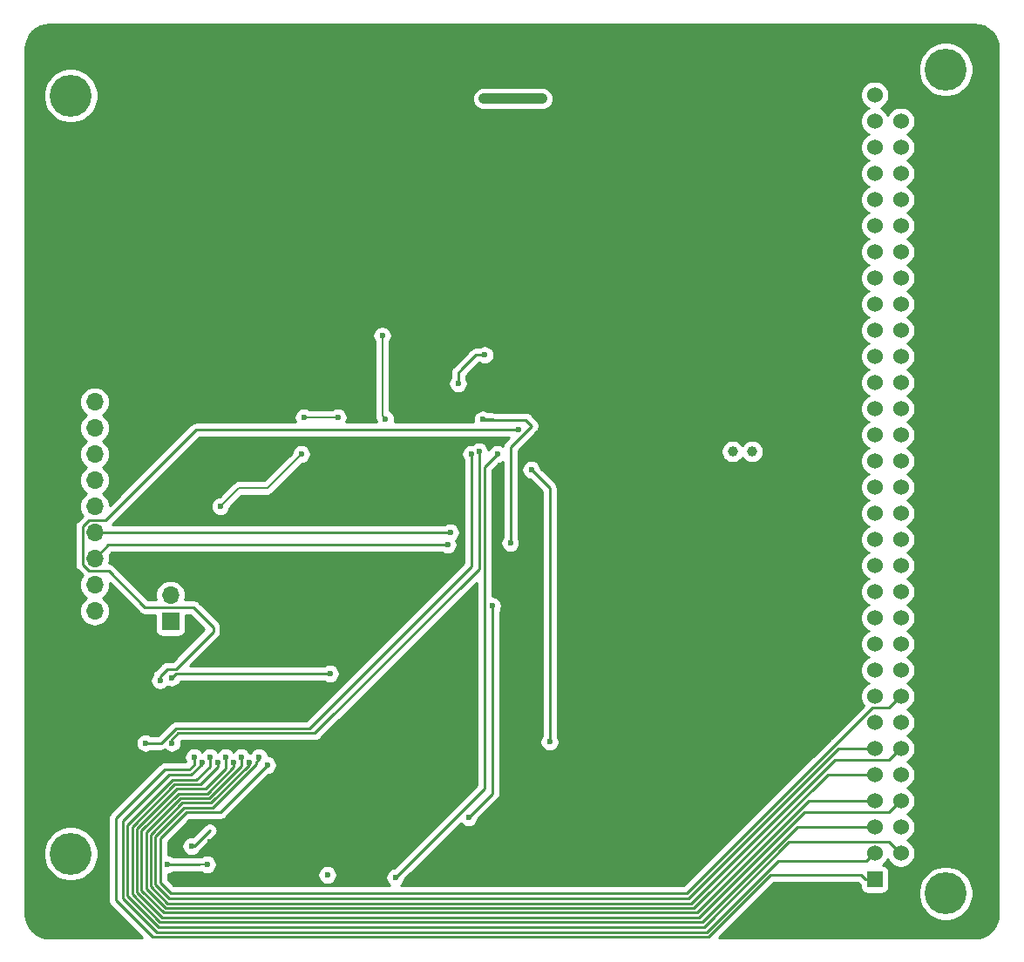
<source format=gbl>
G04 #@! TF.GenerationSoftware,KiCad,Pcbnew,(5.1.2)-1*
G04 #@! TF.CreationDate,2019-06-18T12:55:33-03:00*
G04 #@! TF.ProjectId,pcb_v1,7063625f-7631-42e6-9b69-6361645f7063,rev?*
G04 #@! TF.SameCoordinates,Original*
G04 #@! TF.FileFunction,Copper,L2,Bot*
G04 #@! TF.FilePolarity,Positive*
%FSLAX46Y46*%
G04 Gerber Fmt 4.6, Leading zero omitted, Abs format (unit mm)*
G04 Created by KiCad (PCBNEW (5.1.2)-1) date 2019-06-18 12:55:33*
%MOMM*%
%LPD*%
G04 APERTURE LIST*
%ADD10C,4.064000*%
%ADD11C,1.000000*%
%ADD12C,1.524000*%
%ADD13C,0.100000*%
%ADD14R,1.700000X1.700000*%
%ADD15O,1.700000X1.700000*%
%ADD16C,0.600000*%
%ADD17C,0.250000*%
%ADD18C,0.200000*%
%ADD19C,1.000000*%
%ADD20C,0.254000*%
G04 APERTURE END LIST*
D10*
X140090000Y-55080000D03*
X55080000Y-57620000D03*
X55080000Y-131280000D03*
X140090000Y-135150000D03*
D11*
X119380000Y-92202000D03*
X121280000Y-92202000D03*
D12*
X133190000Y-133770000D03*
D13*
G36*
X133952000Y-134532000D02*
G01*
X132428000Y-134532000D01*
X132428000Y-133008000D01*
X133952000Y-133008000D01*
X133952000Y-134532000D01*
X133952000Y-134532000D01*
G37*
D12*
X133190000Y-131230000D03*
X133190000Y-128690000D03*
X133190000Y-126150000D03*
X133190000Y-123610000D03*
X133190000Y-121070000D03*
X133190000Y-118530000D03*
X133190000Y-115990000D03*
X133190000Y-113450000D03*
X133190000Y-110910000D03*
X133190000Y-108370000D03*
X133190000Y-105830000D03*
X133190000Y-103290000D03*
X133190000Y-100750000D03*
X133190000Y-98210000D03*
X133190000Y-95670000D03*
X133190000Y-93130000D03*
X133190000Y-90590000D03*
X133190000Y-88050000D03*
X133190000Y-85510000D03*
X133190000Y-82970000D03*
X133190000Y-80430000D03*
X133190000Y-77890000D03*
X133190000Y-75350000D03*
X133190000Y-72810000D03*
X133190000Y-70270000D03*
X133190000Y-67730000D03*
X133190000Y-65190000D03*
X133190000Y-62650000D03*
X133190000Y-60110000D03*
X133190000Y-57570000D03*
X133190000Y-55030000D03*
X135730000Y-133770000D03*
X135730000Y-131230000D03*
X135730000Y-128690000D03*
X135730000Y-126150000D03*
X135730000Y-123610000D03*
X135730000Y-121070000D03*
X135730000Y-118530000D03*
X135730000Y-115990000D03*
X135730000Y-113450000D03*
X135730000Y-110910000D03*
X135730000Y-108370000D03*
X135730000Y-105830000D03*
X135730000Y-103290000D03*
X135730000Y-100750000D03*
X135730000Y-98210000D03*
X135730000Y-95670000D03*
X135730000Y-93130000D03*
X135730000Y-90590000D03*
X135730000Y-88050000D03*
X135730000Y-85510000D03*
X135730000Y-82970000D03*
X135730000Y-80430000D03*
X135730000Y-77890000D03*
X135730000Y-75350000D03*
X135730000Y-72810000D03*
X135730000Y-70270000D03*
X135730000Y-67730000D03*
X135730000Y-65190000D03*
X135730000Y-62650000D03*
X135730000Y-60110000D03*
X135730000Y-57570000D03*
X135730000Y-55030000D03*
D14*
X57404000Y-110236000D03*
D15*
X57404000Y-107696000D03*
X57404000Y-105156000D03*
X57404000Y-102616000D03*
X57404000Y-100076000D03*
X57404000Y-97536000D03*
X57404000Y-94996000D03*
X57404000Y-92456000D03*
X57404000Y-89916000D03*
X57404000Y-87376000D03*
D14*
X64770000Y-108712000D03*
D15*
X64770000Y-106172000D03*
D16*
X80010000Y-133350000D03*
X80010000Y-128016000D03*
X56896000Y-78486000D03*
X65278000Y-68072000D03*
X68580000Y-62484000D03*
X114300000Y-63246000D03*
X109474000Y-61468000D03*
X98806000Y-101092000D03*
X63246000Y-81280000D03*
X65024000Y-83820000D03*
X69596000Y-82828000D03*
X75184000Y-83336000D03*
X92202000Y-93472000D03*
X83288000Y-86868000D03*
X97028000Y-123142000D03*
X72620000Y-97536000D03*
X104284279Y-93995999D03*
X68580000Y-130136000D03*
X66680000Y-128636000D03*
X107418000Y-115316000D03*
X95166000Y-81026000D03*
X88416000Y-61214000D03*
X95238000Y-54102000D03*
X103886000Y-92456000D03*
X111506000Y-56060000D03*
X66167000Y-120523000D03*
X101600000Y-123420000D03*
X107902000Y-120650000D03*
X109728000Y-122706000D03*
X115800000Y-123444000D03*
X115546000Y-128016000D03*
X66548000Y-133858000D03*
X125774660Y-87839340D03*
X129032000Y-84074000D03*
X120739320Y-87032680D03*
X84137000Y-91660000D03*
X82487000Y-93760000D03*
X83820000Y-98782002D03*
X64281000Y-82061000D03*
X93980000Y-85852000D03*
X101600000Y-120420000D03*
X99822000Y-93980000D03*
X68326000Y-132334000D03*
X97790000Y-101092000D03*
X95123000Y-89103200D03*
X64481087Y-132334000D03*
X95300800Y-82829400D03*
X92710000Y-85598000D03*
X95238000Y-57912000D03*
X100838000Y-57912000D03*
X85344000Y-80952000D03*
X81026000Y-88900000D03*
X77724000Y-88900000D03*
X77470000Y-92456000D03*
X69620000Y-97536000D03*
X85670839Y-89059095D03*
X91694000Y-101279363D03*
X91948000Y-100076000D03*
X93726000Y-127762000D03*
X96034913Y-107207222D03*
X66802000Y-130556000D03*
X96520000Y-92456000D03*
X86614000Y-133604000D03*
X86614000Y-133604000D03*
X62357000Y-120523000D03*
X93980000Y-92456000D03*
X80264000Y-113792000D03*
X64897000Y-114173000D03*
X63754000Y-114444491D03*
X98578797Y-90113303D03*
X94742000Y-92202000D03*
X64897000Y-120523000D03*
X70923694Y-122428000D03*
X71628000Y-121920000D03*
X72390000Y-122428000D03*
X73380487Y-121920000D03*
X74168000Y-122682000D03*
X67056000Y-121920000D03*
X67818000Y-122428000D03*
X68580000Y-121920000D03*
X69380013Y-122428000D03*
X70104000Y-121920000D03*
D17*
X101600000Y-120420000D02*
X101600000Y-95758000D01*
X101600000Y-95758000D02*
X99822000Y-93980000D01*
D18*
X67564000Y-132334000D02*
X68326000Y-132334000D01*
D17*
X99293938Y-89133938D02*
X96161342Y-89133938D01*
X97790000Y-101092000D02*
X97790000Y-91785998D01*
X99867999Y-89707999D02*
X99293938Y-89133938D01*
X97790000Y-91785998D02*
X99867999Y-89707999D01*
X67564000Y-132334000D02*
X64481087Y-132334000D01*
X96161342Y-89133938D02*
X95758000Y-89133938D01*
X96141280Y-89154000D02*
X95123000Y-89154000D01*
X96161342Y-89133938D02*
X96141280Y-89154000D01*
X96090480Y-89103200D02*
X95123000Y-89103200D01*
X96141280Y-89154000D02*
X96090480Y-89103200D01*
X94103138Y-83167413D02*
X94403137Y-82867414D01*
X92710000Y-85598000D02*
X92710000Y-84560550D01*
X94441152Y-82829400D02*
X93080276Y-84190276D01*
X95300800Y-82829400D02*
X94441152Y-82829400D01*
X92710000Y-84560550D02*
X93080276Y-84190276D01*
X93080276Y-84190276D02*
X94103138Y-83167413D01*
D19*
X95238000Y-57912000D02*
X100838000Y-57912000D01*
D18*
X81026000Y-88900000D02*
X77724000Y-88900000D01*
X77470000Y-92456000D02*
X74168000Y-95758000D01*
X74168000Y-95758000D02*
X71398000Y-95758000D01*
X71398000Y-95758000D02*
X69620000Y-97536000D01*
X85344000Y-88732256D02*
X85370840Y-88759096D01*
X85344000Y-80952000D02*
X85344000Y-88732256D01*
X85370840Y-88759096D02*
X85670839Y-89059095D01*
D17*
X58740637Y-101279363D02*
X57404000Y-102616000D01*
X91694000Y-101279363D02*
X58740637Y-101279363D01*
X91948000Y-100076000D02*
X57404000Y-100076000D01*
X96034913Y-125453087D02*
X96034913Y-107631486D01*
X96034913Y-107631486D02*
X96034913Y-107207222D01*
X93726000Y-127762000D02*
X96034913Y-125453087D01*
X66802000Y-130556000D02*
X66802000Y-130360002D01*
X67056000Y-130556000D02*
X68580000Y-129032000D01*
X66802000Y-130556000D02*
X67056000Y-130556000D01*
X95250000Y-93726000D02*
X95250000Y-124714000D01*
X96520000Y-92456000D02*
X95250000Y-93726000D01*
X95250000Y-124968000D02*
X95250000Y-124714000D01*
X86614000Y-133604000D02*
X95250000Y-124968000D01*
X62357000Y-120523000D02*
X63881000Y-120523000D01*
X63881000Y-120523000D02*
X65278000Y-119126000D01*
X65278000Y-119126000D02*
X78232000Y-119126000D01*
X78232000Y-119126000D02*
X93980000Y-103378000D01*
X93980000Y-103378000D02*
X93980000Y-92456000D01*
X80264000Y-113792000D02*
X65278000Y-113792000D01*
X65278000Y-113792000D02*
X64897000Y-114173000D01*
X56857043Y-103808045D02*
X56228999Y-103180001D01*
X98154533Y-90113303D02*
X98578797Y-90113303D01*
X56228999Y-103180001D02*
X56228999Y-99511999D01*
X58756989Y-103808045D02*
X56857043Y-103808045D01*
X56228999Y-99511999D02*
X56839999Y-98900999D01*
X56839999Y-98900999D02*
X58485945Y-98900999D01*
X68916989Y-109705766D02*
X68916989Y-109281502D01*
X63754000Y-114020227D02*
X64432238Y-113341989D01*
X67273641Y-90113303D02*
X98154533Y-90113303D01*
X62295945Y-107347001D02*
X58756989Y-103808045D01*
X66982488Y-107347001D02*
X62295945Y-107347001D01*
X68916989Y-109281502D02*
X66982488Y-107347001D01*
X65280766Y-113341989D02*
X68916989Y-109705766D01*
X64432238Y-113341989D02*
X65280766Y-113341989D01*
X63754000Y-114444491D02*
X63754000Y-114020227D01*
X58485945Y-98900999D02*
X67273641Y-90113303D01*
X94742000Y-92626264D02*
X94742000Y-92202000D01*
X94742000Y-103632000D02*
X94742000Y-92626264D01*
X78797989Y-119576011D02*
X94742000Y-103632000D01*
X65526489Y-119576011D02*
X78797989Y-119576011D01*
X64897000Y-120205500D02*
X65526489Y-119576011D01*
X64897000Y-120523000D02*
X64897000Y-120205500D01*
X70923694Y-122872666D02*
X70923694Y-122428000D01*
X68342402Y-125453956D02*
X70923694Y-122872666D01*
X64118334Y-137021978D02*
X61953956Y-134857600D01*
X61953956Y-134857600D02*
X61953956Y-129048400D01*
X61953956Y-129048400D02*
X65548400Y-125453956D01*
X65548400Y-125453956D02*
X68342402Y-125453956D01*
X126811956Y-126150000D02*
X115939978Y-137021978D01*
X133150000Y-126150000D02*
X126811956Y-126150000D01*
X115939978Y-137021978D02*
X64118334Y-137021978D01*
X71628000Y-122428000D02*
X71628000Y-121920000D01*
X68528801Y-125903967D02*
X71628000Y-122804770D01*
X65734800Y-125903967D02*
X68528801Y-125903967D01*
X133150000Y-123610000D02*
X128612000Y-123610000D01*
X71628000Y-122804770D02*
X71628000Y-122428000D01*
X115650033Y-136571967D02*
X64304734Y-136571967D01*
X128612000Y-123610000D02*
X115650033Y-136571967D01*
X64304734Y-136571967D02*
X62403967Y-134671200D01*
X62403967Y-134671200D02*
X62403967Y-129234800D01*
X62403967Y-129234800D02*
X65734800Y-125903967D01*
X134928001Y-121831999D02*
X135690000Y-121070000D01*
X134602999Y-122157001D02*
X134928001Y-121831999D01*
X135690000Y-121070000D02*
X134602999Y-122157001D01*
X68715202Y-126353978D02*
X72390000Y-122679180D01*
X65921200Y-126353978D02*
X68715202Y-126353978D01*
X134602999Y-122157001D02*
X129302999Y-122157001D01*
X129302999Y-122157001D02*
X115338044Y-136121956D01*
X115338044Y-136121956D02*
X64491134Y-136121956D01*
X64491134Y-136121956D02*
X62853978Y-134484800D01*
X62853978Y-134484800D02*
X62853978Y-129421200D01*
X62853978Y-129421200D02*
X65921200Y-126353978D01*
X66107600Y-126803989D02*
X68901601Y-126803989D01*
X68901601Y-126803989D02*
X73080488Y-122625102D01*
X63303989Y-134298400D02*
X63303989Y-129607600D01*
X73080488Y-122422973D02*
X73380487Y-122122974D01*
X63303989Y-129607600D02*
X66107600Y-126803989D01*
X64641589Y-135636000D02*
X63303989Y-134298400D01*
X73080488Y-122625102D02*
X73080488Y-122422973D01*
X133150000Y-121070000D02*
X129628000Y-121070000D01*
X129628000Y-121070000D02*
X115062000Y-135636000D01*
X115062000Y-135636000D02*
X64641589Y-135636000D01*
X74168000Y-122682000D02*
X69596000Y-127254000D01*
X69596000Y-127254000D02*
X66294000Y-127254000D01*
X66294000Y-127254000D02*
X63754000Y-129794000D01*
X134602999Y-117077001D02*
X134928001Y-116751999D01*
X63754000Y-129794000D02*
X63754000Y-134112000D01*
X134928001Y-116751999D02*
X135690000Y-115990000D01*
X129451249Y-120619989D02*
X132994237Y-117077001D01*
X132994237Y-117077001D02*
X134602999Y-117077001D01*
X129441600Y-120619989D02*
X129451249Y-120619989D01*
X114933590Y-135128000D02*
X129441600Y-120619989D01*
X64770000Y-135128000D02*
X114933590Y-135128000D01*
X63754000Y-134112000D02*
X64770000Y-135128000D01*
X59493989Y-135822400D02*
X59493989Y-127836112D01*
X63059600Y-139388011D02*
X59493989Y-135822400D01*
X66608949Y-123129051D02*
X64201051Y-123129051D01*
X67056000Y-122682000D02*
X66608949Y-123129051D01*
X59493989Y-127836112D02*
X64201051Y-123129051D01*
X132288000Y-133770000D02*
X131868000Y-133350000D01*
X133150000Y-133770000D02*
X132288000Y-133770000D01*
X123074022Y-133350000D02*
X117036011Y-139388011D01*
X131868000Y-133350000D02*
X123074022Y-133350000D01*
X117036011Y-139388011D02*
X63059600Y-139388011D01*
X67056000Y-122682000D02*
X67056000Y-121920000D01*
X67818000Y-122556411D02*
X66795349Y-123579062D01*
X64634938Y-123579062D02*
X60153912Y-128060088D01*
X60153912Y-128060088D02*
X60153912Y-135603200D01*
X66795349Y-123579062D02*
X64634938Y-123579062D01*
X60153912Y-135603200D02*
X63488712Y-138938000D01*
X123786001Y-131991999D02*
X116840000Y-138938000D01*
X132388001Y-131991999D02*
X123786001Y-131991999D01*
X133150000Y-131230000D02*
X132388001Y-131991999D01*
X63488712Y-138938000D02*
X116840000Y-138938000D01*
X68580000Y-122810410D02*
X68580000Y-122428000D01*
X67286487Y-124103923D02*
X68580000Y-122810410D01*
X64989200Y-124103923D02*
X67286487Y-124103923D01*
X60603923Y-128489200D02*
X64989200Y-124103923D01*
X63617123Y-138430000D02*
X60603923Y-135416800D01*
X60603923Y-135416800D02*
X60603923Y-128489200D01*
X124873001Y-130142999D02*
X116586000Y-138430000D01*
X135690000Y-131230000D02*
X134602999Y-130142999D01*
X116586000Y-138430000D02*
X63617123Y-138430000D01*
X134602999Y-130142999D02*
X124873001Y-130142999D01*
X68580000Y-122428000D02*
X68580000Y-121920000D01*
X61053934Y-128675600D02*
X65175600Y-124553934D01*
X133150000Y-128690000D02*
X125689590Y-128690000D01*
X125689590Y-128690000D02*
X116457590Y-137922000D01*
X67678343Y-124553934D02*
X69380013Y-122852264D01*
X69380013Y-122852264D02*
X69380013Y-122428000D01*
X65175600Y-124553934D02*
X67678343Y-124553934D01*
X61053934Y-135230400D02*
X61053934Y-128675600D01*
X63745534Y-137922000D02*
X61053934Y-135230400D01*
X116457590Y-137922000D02*
X63745534Y-137922000D01*
X70104000Y-123055950D02*
X70104000Y-122428000D01*
X68156003Y-125003945D02*
X70104000Y-123055950D01*
X65362000Y-125003945D02*
X68156003Y-125003945D01*
X61503945Y-128862000D02*
X65362000Y-125003945D01*
X63931934Y-137471989D02*
X61503945Y-135044000D01*
X61503945Y-135044000D02*
X61503945Y-128862000D01*
X126370977Y-127237001D02*
X116135989Y-137471989D01*
X134602999Y-127237001D02*
X126370977Y-127237001D01*
X135690000Y-126150000D02*
X134602999Y-127237001D01*
X116135989Y-137471989D02*
X63931934Y-137471989D01*
X70104000Y-122428000D02*
X70104000Y-121920000D01*
D20*
G36*
X143334134Y-50756953D02*
G01*
X143761355Y-50885938D01*
X144155384Y-51095446D01*
X144501214Y-51377499D01*
X144785673Y-51721351D01*
X144997929Y-52113910D01*
X145129892Y-52540213D01*
X145180001Y-53016974D01*
X145180000Y-137135279D01*
X145133048Y-137614133D01*
X145004063Y-138041353D01*
X144794554Y-138435384D01*
X144512501Y-138781214D01*
X144168651Y-139065672D01*
X143776093Y-139277927D01*
X143349788Y-139409891D01*
X142873036Y-139460000D01*
X118038823Y-139460000D01*
X123388824Y-134110000D01*
X131553199Y-134110000D01*
X131724196Y-134280997D01*
X131747999Y-134310001D01*
X131789928Y-134344411D01*
X131789928Y-134532000D01*
X131802188Y-134656482D01*
X131838498Y-134776180D01*
X131897463Y-134886494D01*
X131976815Y-134983185D01*
X132073506Y-135062537D01*
X132183820Y-135121502D01*
X132303518Y-135157812D01*
X132428000Y-135170072D01*
X133952000Y-135170072D01*
X134076482Y-135157812D01*
X134196180Y-135121502D01*
X134306494Y-135062537D01*
X134403185Y-134983185D01*
X134481856Y-134887323D01*
X137423000Y-134887323D01*
X137423000Y-135412677D01*
X137525492Y-135927935D01*
X137726536Y-136413298D01*
X138018406Y-136850113D01*
X138389887Y-137221594D01*
X138826702Y-137513464D01*
X139312065Y-137714508D01*
X139827323Y-137817000D01*
X140352677Y-137817000D01*
X140867935Y-137714508D01*
X141353298Y-137513464D01*
X141790113Y-137221594D01*
X142161594Y-136850113D01*
X142453464Y-136413298D01*
X142654508Y-135927935D01*
X142757000Y-135412677D01*
X142757000Y-134887323D01*
X142654508Y-134372065D01*
X142453464Y-133886702D01*
X142161594Y-133449887D01*
X141790113Y-133078406D01*
X141353298Y-132786536D01*
X140867935Y-132585492D01*
X140352677Y-132483000D01*
X139827323Y-132483000D01*
X139312065Y-132585492D01*
X138826702Y-132786536D01*
X138389887Y-133078406D01*
X138018406Y-133449887D01*
X137726536Y-133886702D01*
X137525492Y-134372065D01*
X137423000Y-134887323D01*
X134481856Y-134887323D01*
X134482537Y-134886494D01*
X134541502Y-134776180D01*
X134577812Y-134656482D01*
X134590072Y-134532000D01*
X134590072Y-133008000D01*
X134577812Y-132883518D01*
X134541502Y-132763820D01*
X134482537Y-132653506D01*
X134403185Y-132556815D01*
X134306494Y-132477463D01*
X134196180Y-132418498D01*
X134076482Y-132382188D01*
X133992535Y-132373920D01*
X134080535Y-132315120D01*
X134275120Y-132120535D01*
X134428005Y-131891727D01*
X134460000Y-131814485D01*
X134491995Y-131891727D01*
X134644880Y-132120535D01*
X134839465Y-132315120D01*
X135068273Y-132468005D01*
X135322510Y-132573314D01*
X135592408Y-132627000D01*
X135867592Y-132627000D01*
X136137490Y-132573314D01*
X136391727Y-132468005D01*
X136620535Y-132315120D01*
X136815120Y-132120535D01*
X136968005Y-131891727D01*
X137073314Y-131637490D01*
X137127000Y-131367592D01*
X137127000Y-131092408D01*
X137073314Y-130822510D01*
X136968005Y-130568273D01*
X136815120Y-130339465D01*
X136620535Y-130144880D01*
X136391727Y-129991995D01*
X136314485Y-129960000D01*
X136391727Y-129928005D01*
X136620535Y-129775120D01*
X136815120Y-129580535D01*
X136968005Y-129351727D01*
X137073314Y-129097490D01*
X137127000Y-128827592D01*
X137127000Y-128552408D01*
X137073314Y-128282510D01*
X136968005Y-128028273D01*
X136815120Y-127799465D01*
X136620535Y-127604880D01*
X136391727Y-127451995D01*
X136314485Y-127420000D01*
X136391727Y-127388005D01*
X136620535Y-127235120D01*
X136815120Y-127040535D01*
X136968005Y-126811727D01*
X137073314Y-126557490D01*
X137127000Y-126287592D01*
X137127000Y-126012408D01*
X137073314Y-125742510D01*
X136968005Y-125488273D01*
X136815120Y-125259465D01*
X136620535Y-125064880D01*
X136391727Y-124911995D01*
X136314485Y-124880000D01*
X136391727Y-124848005D01*
X136620535Y-124695120D01*
X136815120Y-124500535D01*
X136968005Y-124271727D01*
X137073314Y-124017490D01*
X137127000Y-123747592D01*
X137127000Y-123472408D01*
X137073314Y-123202510D01*
X136968005Y-122948273D01*
X136815120Y-122719465D01*
X136620535Y-122524880D01*
X136391727Y-122371995D01*
X136314485Y-122340000D01*
X136391727Y-122308005D01*
X136620535Y-122155120D01*
X136815120Y-121960535D01*
X136968005Y-121731727D01*
X137073314Y-121477490D01*
X137127000Y-121207592D01*
X137127000Y-120932408D01*
X137073314Y-120662510D01*
X136968005Y-120408273D01*
X136815120Y-120179465D01*
X136620535Y-119984880D01*
X136391727Y-119831995D01*
X136314485Y-119800000D01*
X136391727Y-119768005D01*
X136620535Y-119615120D01*
X136815120Y-119420535D01*
X136968005Y-119191727D01*
X137073314Y-118937490D01*
X137127000Y-118667592D01*
X137127000Y-118392408D01*
X137073314Y-118122510D01*
X136968005Y-117868273D01*
X136815120Y-117639465D01*
X136620535Y-117444880D01*
X136391727Y-117291995D01*
X136314485Y-117260000D01*
X136391727Y-117228005D01*
X136620535Y-117075120D01*
X136815120Y-116880535D01*
X136968005Y-116651727D01*
X137073314Y-116397490D01*
X137127000Y-116127592D01*
X137127000Y-115852408D01*
X137073314Y-115582510D01*
X136968005Y-115328273D01*
X136815120Y-115099465D01*
X136620535Y-114904880D01*
X136391727Y-114751995D01*
X136314485Y-114720000D01*
X136391727Y-114688005D01*
X136620535Y-114535120D01*
X136815120Y-114340535D01*
X136968005Y-114111727D01*
X137073314Y-113857490D01*
X137127000Y-113587592D01*
X137127000Y-113312408D01*
X137073314Y-113042510D01*
X136968005Y-112788273D01*
X136815120Y-112559465D01*
X136620535Y-112364880D01*
X136391727Y-112211995D01*
X136314485Y-112180000D01*
X136391727Y-112148005D01*
X136620535Y-111995120D01*
X136815120Y-111800535D01*
X136968005Y-111571727D01*
X137073314Y-111317490D01*
X137127000Y-111047592D01*
X137127000Y-110772408D01*
X137073314Y-110502510D01*
X136968005Y-110248273D01*
X136815120Y-110019465D01*
X136620535Y-109824880D01*
X136391727Y-109671995D01*
X136314485Y-109640000D01*
X136391727Y-109608005D01*
X136620535Y-109455120D01*
X136815120Y-109260535D01*
X136968005Y-109031727D01*
X137073314Y-108777490D01*
X137127000Y-108507592D01*
X137127000Y-108232408D01*
X137073314Y-107962510D01*
X136968005Y-107708273D01*
X136815120Y-107479465D01*
X136620535Y-107284880D01*
X136391727Y-107131995D01*
X136314485Y-107100000D01*
X136391727Y-107068005D01*
X136620535Y-106915120D01*
X136815120Y-106720535D01*
X136968005Y-106491727D01*
X137073314Y-106237490D01*
X137127000Y-105967592D01*
X137127000Y-105692408D01*
X137073314Y-105422510D01*
X136968005Y-105168273D01*
X136815120Y-104939465D01*
X136620535Y-104744880D01*
X136391727Y-104591995D01*
X136314485Y-104560000D01*
X136391727Y-104528005D01*
X136620535Y-104375120D01*
X136815120Y-104180535D01*
X136968005Y-103951727D01*
X137073314Y-103697490D01*
X137127000Y-103427592D01*
X137127000Y-103152408D01*
X137073314Y-102882510D01*
X136968005Y-102628273D01*
X136815120Y-102399465D01*
X136620535Y-102204880D01*
X136391727Y-102051995D01*
X136314485Y-102020000D01*
X136391727Y-101988005D01*
X136620535Y-101835120D01*
X136815120Y-101640535D01*
X136968005Y-101411727D01*
X137073314Y-101157490D01*
X137127000Y-100887592D01*
X137127000Y-100612408D01*
X137073314Y-100342510D01*
X136968005Y-100088273D01*
X136815120Y-99859465D01*
X136620535Y-99664880D01*
X136391727Y-99511995D01*
X136314485Y-99480000D01*
X136391727Y-99448005D01*
X136620535Y-99295120D01*
X136815120Y-99100535D01*
X136968005Y-98871727D01*
X137073314Y-98617490D01*
X137127000Y-98347592D01*
X137127000Y-98072408D01*
X137073314Y-97802510D01*
X136968005Y-97548273D01*
X136815120Y-97319465D01*
X136620535Y-97124880D01*
X136391727Y-96971995D01*
X136314485Y-96940000D01*
X136391727Y-96908005D01*
X136620535Y-96755120D01*
X136815120Y-96560535D01*
X136968005Y-96331727D01*
X137073314Y-96077490D01*
X137127000Y-95807592D01*
X137127000Y-95532408D01*
X137073314Y-95262510D01*
X136968005Y-95008273D01*
X136815120Y-94779465D01*
X136620535Y-94584880D01*
X136391727Y-94431995D01*
X136314485Y-94400000D01*
X136391727Y-94368005D01*
X136620535Y-94215120D01*
X136815120Y-94020535D01*
X136968005Y-93791727D01*
X137073314Y-93537490D01*
X137127000Y-93267592D01*
X137127000Y-92992408D01*
X137073314Y-92722510D01*
X136968005Y-92468273D01*
X136815120Y-92239465D01*
X136620535Y-92044880D01*
X136391727Y-91891995D01*
X136314485Y-91860000D01*
X136391727Y-91828005D01*
X136620535Y-91675120D01*
X136815120Y-91480535D01*
X136968005Y-91251727D01*
X137073314Y-90997490D01*
X137127000Y-90727592D01*
X137127000Y-90452408D01*
X137073314Y-90182510D01*
X136968005Y-89928273D01*
X136815120Y-89699465D01*
X136620535Y-89504880D01*
X136391727Y-89351995D01*
X136314485Y-89320000D01*
X136391727Y-89288005D01*
X136620535Y-89135120D01*
X136815120Y-88940535D01*
X136968005Y-88711727D01*
X137073314Y-88457490D01*
X137127000Y-88187592D01*
X137127000Y-87912408D01*
X137073314Y-87642510D01*
X136968005Y-87388273D01*
X136815120Y-87159465D01*
X136620535Y-86964880D01*
X136391727Y-86811995D01*
X136314485Y-86780000D01*
X136391727Y-86748005D01*
X136620535Y-86595120D01*
X136815120Y-86400535D01*
X136968005Y-86171727D01*
X137073314Y-85917490D01*
X137127000Y-85647592D01*
X137127000Y-85372408D01*
X137073314Y-85102510D01*
X136968005Y-84848273D01*
X136815120Y-84619465D01*
X136620535Y-84424880D01*
X136391727Y-84271995D01*
X136314485Y-84240000D01*
X136391727Y-84208005D01*
X136620535Y-84055120D01*
X136815120Y-83860535D01*
X136968005Y-83631727D01*
X137073314Y-83377490D01*
X137127000Y-83107592D01*
X137127000Y-82832408D01*
X137073314Y-82562510D01*
X136968005Y-82308273D01*
X136815120Y-82079465D01*
X136620535Y-81884880D01*
X136391727Y-81731995D01*
X136314485Y-81700000D01*
X136391727Y-81668005D01*
X136620535Y-81515120D01*
X136815120Y-81320535D01*
X136968005Y-81091727D01*
X137073314Y-80837490D01*
X137127000Y-80567592D01*
X137127000Y-80292408D01*
X137073314Y-80022510D01*
X136968005Y-79768273D01*
X136815120Y-79539465D01*
X136620535Y-79344880D01*
X136391727Y-79191995D01*
X136314485Y-79160000D01*
X136391727Y-79128005D01*
X136620535Y-78975120D01*
X136815120Y-78780535D01*
X136968005Y-78551727D01*
X137073314Y-78297490D01*
X137127000Y-78027592D01*
X137127000Y-77752408D01*
X137073314Y-77482510D01*
X136968005Y-77228273D01*
X136815120Y-76999465D01*
X136620535Y-76804880D01*
X136391727Y-76651995D01*
X136314485Y-76620000D01*
X136391727Y-76588005D01*
X136620535Y-76435120D01*
X136815120Y-76240535D01*
X136968005Y-76011727D01*
X137073314Y-75757490D01*
X137127000Y-75487592D01*
X137127000Y-75212408D01*
X137073314Y-74942510D01*
X136968005Y-74688273D01*
X136815120Y-74459465D01*
X136620535Y-74264880D01*
X136391727Y-74111995D01*
X136314485Y-74080000D01*
X136391727Y-74048005D01*
X136620535Y-73895120D01*
X136815120Y-73700535D01*
X136968005Y-73471727D01*
X137073314Y-73217490D01*
X137127000Y-72947592D01*
X137127000Y-72672408D01*
X137073314Y-72402510D01*
X136968005Y-72148273D01*
X136815120Y-71919465D01*
X136620535Y-71724880D01*
X136391727Y-71571995D01*
X136314485Y-71540000D01*
X136391727Y-71508005D01*
X136620535Y-71355120D01*
X136815120Y-71160535D01*
X136968005Y-70931727D01*
X137073314Y-70677490D01*
X137127000Y-70407592D01*
X137127000Y-70132408D01*
X137073314Y-69862510D01*
X136968005Y-69608273D01*
X136815120Y-69379465D01*
X136620535Y-69184880D01*
X136391727Y-69031995D01*
X136314485Y-69000000D01*
X136391727Y-68968005D01*
X136620535Y-68815120D01*
X136815120Y-68620535D01*
X136968005Y-68391727D01*
X137073314Y-68137490D01*
X137127000Y-67867592D01*
X137127000Y-67592408D01*
X137073314Y-67322510D01*
X136968005Y-67068273D01*
X136815120Y-66839465D01*
X136620535Y-66644880D01*
X136391727Y-66491995D01*
X136314485Y-66460000D01*
X136391727Y-66428005D01*
X136620535Y-66275120D01*
X136815120Y-66080535D01*
X136968005Y-65851727D01*
X137073314Y-65597490D01*
X137127000Y-65327592D01*
X137127000Y-65052408D01*
X137073314Y-64782510D01*
X136968005Y-64528273D01*
X136815120Y-64299465D01*
X136620535Y-64104880D01*
X136391727Y-63951995D01*
X136314485Y-63920000D01*
X136391727Y-63888005D01*
X136620535Y-63735120D01*
X136815120Y-63540535D01*
X136968005Y-63311727D01*
X137073314Y-63057490D01*
X137127000Y-62787592D01*
X137127000Y-62512408D01*
X137073314Y-62242510D01*
X136968005Y-61988273D01*
X136815120Y-61759465D01*
X136620535Y-61564880D01*
X136391727Y-61411995D01*
X136314485Y-61380000D01*
X136391727Y-61348005D01*
X136620535Y-61195120D01*
X136815120Y-61000535D01*
X136968005Y-60771727D01*
X137073314Y-60517490D01*
X137127000Y-60247592D01*
X137127000Y-59972408D01*
X137073314Y-59702510D01*
X136968005Y-59448273D01*
X136815120Y-59219465D01*
X136620535Y-59024880D01*
X136391727Y-58871995D01*
X136137490Y-58766686D01*
X135867592Y-58713000D01*
X135592408Y-58713000D01*
X135322510Y-58766686D01*
X135068273Y-58871995D01*
X134839465Y-59024880D01*
X134644880Y-59219465D01*
X134491995Y-59448273D01*
X134460000Y-59525515D01*
X134428005Y-59448273D01*
X134275120Y-59219465D01*
X134080535Y-59024880D01*
X133851727Y-58871995D01*
X133774485Y-58840000D01*
X133851727Y-58808005D01*
X134080535Y-58655120D01*
X134275120Y-58460535D01*
X134428005Y-58231727D01*
X134533314Y-57977490D01*
X134587000Y-57707592D01*
X134587000Y-57432408D01*
X134533314Y-57162510D01*
X134428005Y-56908273D01*
X134275120Y-56679465D01*
X134080535Y-56484880D01*
X133851727Y-56331995D01*
X133597490Y-56226686D01*
X133327592Y-56173000D01*
X133052408Y-56173000D01*
X132782510Y-56226686D01*
X132528273Y-56331995D01*
X132299465Y-56484880D01*
X132104880Y-56679465D01*
X131951995Y-56908273D01*
X131846686Y-57162510D01*
X131793000Y-57432408D01*
X131793000Y-57707592D01*
X131846686Y-57977490D01*
X131951995Y-58231727D01*
X132104880Y-58460535D01*
X132299465Y-58655120D01*
X132528273Y-58808005D01*
X132605515Y-58840000D01*
X132528273Y-58871995D01*
X132299465Y-59024880D01*
X132104880Y-59219465D01*
X131951995Y-59448273D01*
X131846686Y-59702510D01*
X131793000Y-59972408D01*
X131793000Y-60247592D01*
X131846686Y-60517490D01*
X131951995Y-60771727D01*
X132104880Y-61000535D01*
X132299465Y-61195120D01*
X132528273Y-61348005D01*
X132605515Y-61380000D01*
X132528273Y-61411995D01*
X132299465Y-61564880D01*
X132104880Y-61759465D01*
X131951995Y-61988273D01*
X131846686Y-62242510D01*
X131793000Y-62512408D01*
X131793000Y-62787592D01*
X131846686Y-63057490D01*
X131951995Y-63311727D01*
X132104880Y-63540535D01*
X132299465Y-63735120D01*
X132528273Y-63888005D01*
X132605515Y-63920000D01*
X132528273Y-63951995D01*
X132299465Y-64104880D01*
X132104880Y-64299465D01*
X131951995Y-64528273D01*
X131846686Y-64782510D01*
X131793000Y-65052408D01*
X131793000Y-65327592D01*
X131846686Y-65597490D01*
X131951995Y-65851727D01*
X132104880Y-66080535D01*
X132299465Y-66275120D01*
X132528273Y-66428005D01*
X132605515Y-66460000D01*
X132528273Y-66491995D01*
X132299465Y-66644880D01*
X132104880Y-66839465D01*
X131951995Y-67068273D01*
X131846686Y-67322510D01*
X131793000Y-67592408D01*
X131793000Y-67867592D01*
X131846686Y-68137490D01*
X131951995Y-68391727D01*
X132104880Y-68620535D01*
X132299465Y-68815120D01*
X132528273Y-68968005D01*
X132605515Y-69000000D01*
X132528273Y-69031995D01*
X132299465Y-69184880D01*
X132104880Y-69379465D01*
X131951995Y-69608273D01*
X131846686Y-69862510D01*
X131793000Y-70132408D01*
X131793000Y-70407592D01*
X131846686Y-70677490D01*
X131951995Y-70931727D01*
X132104880Y-71160535D01*
X132299465Y-71355120D01*
X132528273Y-71508005D01*
X132605515Y-71540000D01*
X132528273Y-71571995D01*
X132299465Y-71724880D01*
X132104880Y-71919465D01*
X131951995Y-72148273D01*
X131846686Y-72402510D01*
X131793000Y-72672408D01*
X131793000Y-72947592D01*
X131846686Y-73217490D01*
X131951995Y-73471727D01*
X132104880Y-73700535D01*
X132299465Y-73895120D01*
X132528273Y-74048005D01*
X132605515Y-74080000D01*
X132528273Y-74111995D01*
X132299465Y-74264880D01*
X132104880Y-74459465D01*
X131951995Y-74688273D01*
X131846686Y-74942510D01*
X131793000Y-75212408D01*
X131793000Y-75487592D01*
X131846686Y-75757490D01*
X131951995Y-76011727D01*
X132104880Y-76240535D01*
X132299465Y-76435120D01*
X132528273Y-76588005D01*
X132605515Y-76620000D01*
X132528273Y-76651995D01*
X132299465Y-76804880D01*
X132104880Y-76999465D01*
X131951995Y-77228273D01*
X131846686Y-77482510D01*
X131793000Y-77752408D01*
X131793000Y-78027592D01*
X131846686Y-78297490D01*
X131951995Y-78551727D01*
X132104880Y-78780535D01*
X132299465Y-78975120D01*
X132528273Y-79128005D01*
X132605515Y-79160000D01*
X132528273Y-79191995D01*
X132299465Y-79344880D01*
X132104880Y-79539465D01*
X131951995Y-79768273D01*
X131846686Y-80022510D01*
X131793000Y-80292408D01*
X131793000Y-80567592D01*
X131846686Y-80837490D01*
X131951995Y-81091727D01*
X132104880Y-81320535D01*
X132299465Y-81515120D01*
X132528273Y-81668005D01*
X132605515Y-81700000D01*
X132528273Y-81731995D01*
X132299465Y-81884880D01*
X132104880Y-82079465D01*
X131951995Y-82308273D01*
X131846686Y-82562510D01*
X131793000Y-82832408D01*
X131793000Y-83107592D01*
X131846686Y-83377490D01*
X131951995Y-83631727D01*
X132104880Y-83860535D01*
X132299465Y-84055120D01*
X132528273Y-84208005D01*
X132605515Y-84240000D01*
X132528273Y-84271995D01*
X132299465Y-84424880D01*
X132104880Y-84619465D01*
X131951995Y-84848273D01*
X131846686Y-85102510D01*
X131793000Y-85372408D01*
X131793000Y-85647592D01*
X131846686Y-85917490D01*
X131951995Y-86171727D01*
X132104880Y-86400535D01*
X132299465Y-86595120D01*
X132528273Y-86748005D01*
X132605515Y-86780000D01*
X132528273Y-86811995D01*
X132299465Y-86964880D01*
X132104880Y-87159465D01*
X131951995Y-87388273D01*
X131846686Y-87642510D01*
X131793000Y-87912408D01*
X131793000Y-88187592D01*
X131846686Y-88457490D01*
X131951995Y-88711727D01*
X132104880Y-88940535D01*
X132299465Y-89135120D01*
X132528273Y-89288005D01*
X132605515Y-89320000D01*
X132528273Y-89351995D01*
X132299465Y-89504880D01*
X132104880Y-89699465D01*
X131951995Y-89928273D01*
X131846686Y-90182510D01*
X131793000Y-90452408D01*
X131793000Y-90727592D01*
X131846686Y-90997490D01*
X131951995Y-91251727D01*
X132104880Y-91480535D01*
X132299465Y-91675120D01*
X132528273Y-91828005D01*
X132605515Y-91860000D01*
X132528273Y-91891995D01*
X132299465Y-92044880D01*
X132104880Y-92239465D01*
X131951995Y-92468273D01*
X131846686Y-92722510D01*
X131793000Y-92992408D01*
X131793000Y-93267592D01*
X131846686Y-93537490D01*
X131951995Y-93791727D01*
X132104880Y-94020535D01*
X132299465Y-94215120D01*
X132528273Y-94368005D01*
X132605515Y-94400000D01*
X132528273Y-94431995D01*
X132299465Y-94584880D01*
X132104880Y-94779465D01*
X131951995Y-95008273D01*
X131846686Y-95262510D01*
X131793000Y-95532408D01*
X131793000Y-95807592D01*
X131846686Y-96077490D01*
X131951995Y-96331727D01*
X132104880Y-96560535D01*
X132299465Y-96755120D01*
X132528273Y-96908005D01*
X132605515Y-96940000D01*
X132528273Y-96971995D01*
X132299465Y-97124880D01*
X132104880Y-97319465D01*
X131951995Y-97548273D01*
X131846686Y-97802510D01*
X131793000Y-98072408D01*
X131793000Y-98347592D01*
X131846686Y-98617490D01*
X131951995Y-98871727D01*
X132104880Y-99100535D01*
X132299465Y-99295120D01*
X132528273Y-99448005D01*
X132605515Y-99480000D01*
X132528273Y-99511995D01*
X132299465Y-99664880D01*
X132104880Y-99859465D01*
X131951995Y-100088273D01*
X131846686Y-100342510D01*
X131793000Y-100612408D01*
X131793000Y-100887592D01*
X131846686Y-101157490D01*
X131951995Y-101411727D01*
X132104880Y-101640535D01*
X132299465Y-101835120D01*
X132528273Y-101988005D01*
X132605515Y-102020000D01*
X132528273Y-102051995D01*
X132299465Y-102204880D01*
X132104880Y-102399465D01*
X131951995Y-102628273D01*
X131846686Y-102882510D01*
X131793000Y-103152408D01*
X131793000Y-103427592D01*
X131846686Y-103697490D01*
X131951995Y-103951727D01*
X132104880Y-104180535D01*
X132299465Y-104375120D01*
X132528273Y-104528005D01*
X132605515Y-104560000D01*
X132528273Y-104591995D01*
X132299465Y-104744880D01*
X132104880Y-104939465D01*
X131951995Y-105168273D01*
X131846686Y-105422510D01*
X131793000Y-105692408D01*
X131793000Y-105967592D01*
X131846686Y-106237490D01*
X131951995Y-106491727D01*
X132104880Y-106720535D01*
X132299465Y-106915120D01*
X132528273Y-107068005D01*
X132605515Y-107100000D01*
X132528273Y-107131995D01*
X132299465Y-107284880D01*
X132104880Y-107479465D01*
X131951995Y-107708273D01*
X131846686Y-107962510D01*
X131793000Y-108232408D01*
X131793000Y-108507592D01*
X131846686Y-108777490D01*
X131951995Y-109031727D01*
X132104880Y-109260535D01*
X132299465Y-109455120D01*
X132528273Y-109608005D01*
X132605515Y-109640000D01*
X132528273Y-109671995D01*
X132299465Y-109824880D01*
X132104880Y-110019465D01*
X131951995Y-110248273D01*
X131846686Y-110502510D01*
X131793000Y-110772408D01*
X131793000Y-111047592D01*
X131846686Y-111317490D01*
X131951995Y-111571727D01*
X132104880Y-111800535D01*
X132299465Y-111995120D01*
X132528273Y-112148005D01*
X132605515Y-112180000D01*
X132528273Y-112211995D01*
X132299465Y-112364880D01*
X132104880Y-112559465D01*
X131951995Y-112788273D01*
X131846686Y-113042510D01*
X131793000Y-113312408D01*
X131793000Y-113587592D01*
X131846686Y-113857490D01*
X131951995Y-114111727D01*
X132104880Y-114340535D01*
X132299465Y-114535120D01*
X132528273Y-114688005D01*
X132605515Y-114720000D01*
X132528273Y-114751995D01*
X132299465Y-114904880D01*
X132104880Y-115099465D01*
X131951995Y-115328273D01*
X131846686Y-115582510D01*
X131793000Y-115852408D01*
X131793000Y-116127592D01*
X131846686Y-116397490D01*
X131951995Y-116651727D01*
X132104880Y-116880535D01*
X132110391Y-116886046D01*
X128984411Y-120012026D01*
X128901599Y-120079988D01*
X128877801Y-120108986D01*
X114618789Y-134368000D01*
X87153549Y-134368000D01*
X87210028Y-134330262D01*
X87340262Y-134200028D01*
X87442586Y-134046889D01*
X87513068Y-133876729D01*
X87537153Y-133755648D01*
X92973717Y-128319085D01*
X92999738Y-128358028D01*
X93129972Y-128488262D01*
X93283111Y-128590586D01*
X93453271Y-128661068D01*
X93633911Y-128697000D01*
X93818089Y-128697000D01*
X93998729Y-128661068D01*
X94168889Y-128590586D01*
X94322028Y-128488262D01*
X94452262Y-128358028D01*
X94554586Y-128204889D01*
X94625068Y-128034729D01*
X94649153Y-127913648D01*
X96545917Y-126016885D01*
X96574914Y-125993088D01*
X96648054Y-125903967D01*
X96669887Y-125877364D01*
X96740459Y-125745334D01*
X96744602Y-125731677D01*
X96783916Y-125602073D01*
X96794913Y-125490420D01*
X96794913Y-125490411D01*
X96798589Y-125453088D01*
X96794913Y-125415765D01*
X96794913Y-107752757D01*
X96863499Y-107650111D01*
X96933981Y-107479951D01*
X96969913Y-107299311D01*
X96969913Y-107115133D01*
X96933981Y-106934493D01*
X96863499Y-106764333D01*
X96761175Y-106611194D01*
X96630941Y-106480960D01*
X96477802Y-106378636D01*
X96307642Y-106308154D01*
X96127002Y-106272222D01*
X96010000Y-106272222D01*
X96010000Y-94040801D01*
X96671649Y-93379153D01*
X96792729Y-93355068D01*
X96962889Y-93284586D01*
X97030001Y-93239743D01*
X97030000Y-100546464D01*
X96961414Y-100649111D01*
X96890932Y-100819271D01*
X96855000Y-100999911D01*
X96855000Y-101184089D01*
X96890932Y-101364729D01*
X96961414Y-101534889D01*
X97063738Y-101688028D01*
X97193972Y-101818262D01*
X97347111Y-101920586D01*
X97517271Y-101991068D01*
X97697911Y-102027000D01*
X97882089Y-102027000D01*
X98062729Y-101991068D01*
X98232889Y-101920586D01*
X98386028Y-101818262D01*
X98516262Y-101688028D01*
X98618586Y-101534889D01*
X98689068Y-101364729D01*
X98725000Y-101184089D01*
X98725000Y-100999911D01*
X98689068Y-100819271D01*
X98618586Y-100649111D01*
X98550000Y-100546465D01*
X98550000Y-93887911D01*
X98887000Y-93887911D01*
X98887000Y-94072089D01*
X98922932Y-94252729D01*
X98993414Y-94422889D01*
X99095738Y-94576028D01*
X99225972Y-94706262D01*
X99379111Y-94808586D01*
X99549271Y-94879068D01*
X99670351Y-94903153D01*
X100840001Y-96072803D01*
X100840000Y-119874465D01*
X100771414Y-119977111D01*
X100700932Y-120147271D01*
X100665000Y-120327911D01*
X100665000Y-120512089D01*
X100700932Y-120692729D01*
X100771414Y-120862889D01*
X100873738Y-121016028D01*
X101003972Y-121146262D01*
X101157111Y-121248586D01*
X101327271Y-121319068D01*
X101507911Y-121355000D01*
X101692089Y-121355000D01*
X101872729Y-121319068D01*
X102042889Y-121248586D01*
X102196028Y-121146262D01*
X102326262Y-121016028D01*
X102428586Y-120862889D01*
X102499068Y-120692729D01*
X102535000Y-120512089D01*
X102535000Y-120327911D01*
X102499068Y-120147271D01*
X102428586Y-119977111D01*
X102360000Y-119874465D01*
X102360000Y-95795325D01*
X102363676Y-95758000D01*
X102360000Y-95720675D01*
X102360000Y-95720667D01*
X102349003Y-95609014D01*
X102305546Y-95465753D01*
X102234974Y-95333724D01*
X102140001Y-95217999D01*
X102111003Y-95194201D01*
X100745153Y-93828351D01*
X100721068Y-93707271D01*
X100650586Y-93537111D01*
X100548262Y-93383972D01*
X100418028Y-93253738D01*
X100264889Y-93151414D01*
X100094729Y-93080932D01*
X99914089Y-93045000D01*
X99729911Y-93045000D01*
X99549271Y-93080932D01*
X99379111Y-93151414D01*
X99225972Y-93253738D01*
X99095738Y-93383972D01*
X98993414Y-93537111D01*
X98922932Y-93707271D01*
X98887000Y-93887911D01*
X98550000Y-93887911D01*
X98550000Y-92100799D01*
X98560587Y-92090212D01*
X118245000Y-92090212D01*
X118245000Y-92313788D01*
X118288617Y-92533067D01*
X118374176Y-92739624D01*
X118498388Y-92925520D01*
X118656480Y-93083612D01*
X118842376Y-93207824D01*
X119048933Y-93293383D01*
X119268212Y-93337000D01*
X119491788Y-93337000D01*
X119711067Y-93293383D01*
X119917624Y-93207824D01*
X120103520Y-93083612D01*
X120261612Y-92925520D01*
X120330000Y-92823170D01*
X120398388Y-92925520D01*
X120556480Y-93083612D01*
X120742376Y-93207824D01*
X120948933Y-93293383D01*
X121168212Y-93337000D01*
X121391788Y-93337000D01*
X121611067Y-93293383D01*
X121817624Y-93207824D01*
X122003520Y-93083612D01*
X122161612Y-92925520D01*
X122285824Y-92739624D01*
X122371383Y-92533067D01*
X122415000Y-92313788D01*
X122415000Y-92090212D01*
X122371383Y-91870933D01*
X122285824Y-91664376D01*
X122161612Y-91478480D01*
X122003520Y-91320388D01*
X121817624Y-91196176D01*
X121611067Y-91110617D01*
X121391788Y-91067000D01*
X121168212Y-91067000D01*
X120948933Y-91110617D01*
X120742376Y-91196176D01*
X120556480Y-91320388D01*
X120398388Y-91478480D01*
X120330000Y-91580830D01*
X120261612Y-91478480D01*
X120103520Y-91320388D01*
X119917624Y-91196176D01*
X119711067Y-91110617D01*
X119491788Y-91067000D01*
X119268212Y-91067000D01*
X119048933Y-91110617D01*
X118842376Y-91196176D01*
X118656480Y-91320388D01*
X118498388Y-91478480D01*
X118374176Y-91664376D01*
X118288617Y-91870933D01*
X118245000Y-92090212D01*
X98560587Y-92090212D01*
X100379002Y-90271798D01*
X100408000Y-90248000D01*
X100502973Y-90132275D01*
X100573545Y-90000245D01*
X100617001Y-89856985D01*
X100631675Y-89707999D01*
X100617001Y-89559013D01*
X100573545Y-89415752D01*
X100502973Y-89283723D01*
X100431798Y-89196996D01*
X100431788Y-89196986D01*
X100407999Y-89167999D01*
X100379012Y-89144210D01*
X99857741Y-88622940D01*
X99833939Y-88593937D01*
X99718214Y-88498964D01*
X99586185Y-88428392D01*
X99442924Y-88384935D01*
X99331271Y-88373938D01*
X99331260Y-88373938D01*
X99293938Y-88370262D01*
X99256616Y-88373938D01*
X96304544Y-88373938D01*
X96239466Y-88354197D01*
X96127813Y-88343200D01*
X96127802Y-88343200D01*
X96090480Y-88339524D01*
X96053158Y-88343200D01*
X95668535Y-88343200D01*
X95565889Y-88274614D01*
X95395729Y-88204132D01*
X95215089Y-88168200D01*
X95030911Y-88168200D01*
X94850271Y-88204132D01*
X94680111Y-88274614D01*
X94526972Y-88376938D01*
X94396738Y-88507172D01*
X94294414Y-88660311D01*
X94223932Y-88830471D01*
X94188000Y-89011111D01*
X94188000Y-89195289D01*
X94219431Y-89353303D01*
X86561010Y-89353303D01*
X86569907Y-89331824D01*
X86605839Y-89151184D01*
X86605839Y-88967006D01*
X86569907Y-88786366D01*
X86499425Y-88616206D01*
X86397101Y-88463067D01*
X86266867Y-88332833D01*
X86113728Y-88230509D01*
X86079000Y-88216124D01*
X86079000Y-85505911D01*
X91775000Y-85505911D01*
X91775000Y-85690089D01*
X91810932Y-85870729D01*
X91881414Y-86040889D01*
X91983738Y-86194028D01*
X92113972Y-86324262D01*
X92267111Y-86426586D01*
X92437271Y-86497068D01*
X92617911Y-86533000D01*
X92802089Y-86533000D01*
X92982729Y-86497068D01*
X93152889Y-86426586D01*
X93306028Y-86324262D01*
X93436262Y-86194028D01*
X93538586Y-86040889D01*
X93609068Y-85870729D01*
X93645000Y-85690089D01*
X93645000Y-85505911D01*
X93609068Y-85325271D01*
X93538586Y-85155111D01*
X93470000Y-85052465D01*
X93470000Y-84875353D01*
X93644074Y-84701280D01*
X94295807Y-84049546D01*
X94755678Y-83589676D01*
X94857911Y-83657986D01*
X95028071Y-83728468D01*
X95208711Y-83764400D01*
X95392889Y-83764400D01*
X95573529Y-83728468D01*
X95743689Y-83657986D01*
X95896828Y-83555662D01*
X96027062Y-83425428D01*
X96129386Y-83272289D01*
X96199868Y-83102129D01*
X96235800Y-82921489D01*
X96235800Y-82737311D01*
X96199868Y-82556671D01*
X96129386Y-82386511D01*
X96027062Y-82233372D01*
X95896828Y-82103138D01*
X95743689Y-82000814D01*
X95573529Y-81930332D01*
X95392889Y-81894400D01*
X95208711Y-81894400D01*
X95028071Y-81930332D01*
X94857911Y-82000814D01*
X94755265Y-82069400D01*
X94478474Y-82069400D01*
X94441151Y-82065724D01*
X94403828Y-82069400D01*
X94403819Y-82069400D01*
X94292166Y-82080397D01*
X94148905Y-82123854D01*
X94016876Y-82194426D01*
X93901151Y-82289399D01*
X93877353Y-82318397D01*
X93592146Y-82603604D01*
X93592134Y-82603614D01*
X92660805Y-83534946D01*
X92569280Y-83626471D01*
X92569275Y-83626475D01*
X92198994Y-83996754D01*
X92170000Y-84020549D01*
X92146206Y-84049542D01*
X92146202Y-84049546D01*
X92075028Y-84136273D01*
X92004455Y-84268302D01*
X91960998Y-84411562D01*
X91946324Y-84560548D01*
X91950001Y-84597882D01*
X91950001Y-85052464D01*
X91881414Y-85155111D01*
X91810932Y-85325271D01*
X91775000Y-85505911D01*
X86079000Y-85505911D01*
X86079000Y-81534951D01*
X86172586Y-81394889D01*
X86243068Y-81224729D01*
X86279000Y-81044089D01*
X86279000Y-80859911D01*
X86243068Y-80679271D01*
X86172586Y-80509111D01*
X86070262Y-80355972D01*
X85940028Y-80225738D01*
X85786889Y-80123414D01*
X85616729Y-80052932D01*
X85436089Y-80017000D01*
X85251911Y-80017000D01*
X85071271Y-80052932D01*
X84901111Y-80123414D01*
X84747972Y-80225738D01*
X84617738Y-80355972D01*
X84515414Y-80509111D01*
X84444932Y-80679271D01*
X84409000Y-80859911D01*
X84409000Y-81044089D01*
X84444932Y-81224729D01*
X84515414Y-81394889D01*
X84609000Y-81534951D01*
X84609001Y-88696141D01*
X84605444Y-88732256D01*
X84619635Y-88876341D01*
X84644709Y-88958997D01*
X84661664Y-89014889D01*
X84729914Y-89142576D01*
X84735839Y-89149796D01*
X84735839Y-89151184D01*
X84771771Y-89331824D01*
X84780668Y-89353303D01*
X81847628Y-89353303D01*
X81854586Y-89342889D01*
X81925068Y-89172729D01*
X81961000Y-88992089D01*
X81961000Y-88807911D01*
X81925068Y-88627271D01*
X81854586Y-88457111D01*
X81752262Y-88303972D01*
X81622028Y-88173738D01*
X81468889Y-88071414D01*
X81298729Y-88000932D01*
X81118089Y-87965000D01*
X80933911Y-87965000D01*
X80753271Y-88000932D01*
X80583111Y-88071414D01*
X80443049Y-88165000D01*
X78306951Y-88165000D01*
X78166889Y-88071414D01*
X77996729Y-88000932D01*
X77816089Y-87965000D01*
X77631911Y-87965000D01*
X77451271Y-88000932D01*
X77281111Y-88071414D01*
X77127972Y-88173738D01*
X76997738Y-88303972D01*
X76895414Y-88457111D01*
X76824932Y-88627271D01*
X76789000Y-88807911D01*
X76789000Y-88992089D01*
X76824932Y-89172729D01*
X76895414Y-89342889D01*
X76902372Y-89353303D01*
X67310964Y-89353303D01*
X67273641Y-89349627D01*
X67236318Y-89353303D01*
X67236308Y-89353303D01*
X67124655Y-89364300D01*
X66981394Y-89407757D01*
X66849365Y-89478329D01*
X66733640Y-89573302D01*
X66709842Y-89602300D01*
X58885422Y-97426721D01*
X58867513Y-97244889D01*
X58782599Y-96964966D01*
X58644706Y-96706986D01*
X58459134Y-96480866D01*
X58233014Y-96295294D01*
X58178209Y-96266000D01*
X58233014Y-96236706D01*
X58459134Y-96051134D01*
X58644706Y-95825014D01*
X58782599Y-95567034D01*
X58867513Y-95287111D01*
X58896185Y-94996000D01*
X58867513Y-94704889D01*
X58782599Y-94424966D01*
X58644706Y-94166986D01*
X58459134Y-93940866D01*
X58233014Y-93755294D01*
X58178209Y-93726000D01*
X58233014Y-93696706D01*
X58459134Y-93511134D01*
X58644706Y-93285014D01*
X58782599Y-93027034D01*
X58867513Y-92747111D01*
X58896185Y-92456000D01*
X58867513Y-92164889D01*
X58782599Y-91884966D01*
X58644706Y-91626986D01*
X58459134Y-91400866D01*
X58233014Y-91215294D01*
X58178209Y-91186000D01*
X58233014Y-91156706D01*
X58459134Y-90971134D01*
X58644706Y-90745014D01*
X58782599Y-90487034D01*
X58867513Y-90207111D01*
X58896185Y-89916000D01*
X58867513Y-89624889D01*
X58782599Y-89344966D01*
X58644706Y-89086986D01*
X58459134Y-88860866D01*
X58233014Y-88675294D01*
X58178209Y-88646000D01*
X58233014Y-88616706D01*
X58459134Y-88431134D01*
X58644706Y-88205014D01*
X58782599Y-87947034D01*
X58867513Y-87667111D01*
X58896185Y-87376000D01*
X58867513Y-87084889D01*
X58782599Y-86804966D01*
X58644706Y-86546986D01*
X58459134Y-86320866D01*
X58233014Y-86135294D01*
X57975034Y-85997401D01*
X57695111Y-85912487D01*
X57476950Y-85891000D01*
X57331050Y-85891000D01*
X57112889Y-85912487D01*
X56832966Y-85997401D01*
X56574986Y-86135294D01*
X56348866Y-86320866D01*
X56163294Y-86546986D01*
X56025401Y-86804966D01*
X55940487Y-87084889D01*
X55911815Y-87376000D01*
X55940487Y-87667111D01*
X56025401Y-87947034D01*
X56163294Y-88205014D01*
X56348866Y-88431134D01*
X56574986Y-88616706D01*
X56629791Y-88646000D01*
X56574986Y-88675294D01*
X56348866Y-88860866D01*
X56163294Y-89086986D01*
X56025401Y-89344966D01*
X55940487Y-89624889D01*
X55911815Y-89916000D01*
X55940487Y-90207111D01*
X56025401Y-90487034D01*
X56163294Y-90745014D01*
X56348866Y-90971134D01*
X56574986Y-91156706D01*
X56629791Y-91186000D01*
X56574986Y-91215294D01*
X56348866Y-91400866D01*
X56163294Y-91626986D01*
X56025401Y-91884966D01*
X55940487Y-92164889D01*
X55911815Y-92456000D01*
X55940487Y-92747111D01*
X56025401Y-93027034D01*
X56163294Y-93285014D01*
X56348866Y-93511134D01*
X56574986Y-93696706D01*
X56629791Y-93726000D01*
X56574986Y-93755294D01*
X56348866Y-93940866D01*
X56163294Y-94166986D01*
X56025401Y-94424966D01*
X55940487Y-94704889D01*
X55911815Y-94996000D01*
X55940487Y-95287111D01*
X56025401Y-95567034D01*
X56163294Y-95825014D01*
X56348866Y-96051134D01*
X56574986Y-96236706D01*
X56629791Y-96266000D01*
X56574986Y-96295294D01*
X56348866Y-96480866D01*
X56163294Y-96706986D01*
X56025401Y-96964966D01*
X55940487Y-97244889D01*
X55911815Y-97536000D01*
X55940487Y-97827111D01*
X56025401Y-98107034D01*
X56163294Y-98365014D01*
X56225447Y-98440748D01*
X55717996Y-98948201D01*
X55688999Y-98971998D01*
X55665201Y-99000996D01*
X55665200Y-99000997D01*
X55594025Y-99087723D01*
X55523453Y-99219753D01*
X55500592Y-99295120D01*
X55483035Y-99353000D01*
X55479997Y-99363014D01*
X55465323Y-99511999D01*
X55469000Y-99549331D01*
X55468999Y-103142678D01*
X55465323Y-103180001D01*
X55468999Y-103217323D01*
X55468999Y-103217333D01*
X55479996Y-103328986D01*
X55515192Y-103445014D01*
X55523453Y-103472247D01*
X55594025Y-103604277D01*
X55616777Y-103632000D01*
X55688998Y-103720002D01*
X55718001Y-103743804D01*
X56225448Y-104251252D01*
X56163294Y-104326986D01*
X56025401Y-104584966D01*
X55940487Y-104864889D01*
X55911815Y-105156000D01*
X55940487Y-105447111D01*
X56025401Y-105727034D01*
X56163294Y-105985014D01*
X56348866Y-106211134D01*
X56574986Y-106396706D01*
X56629791Y-106426000D01*
X56574986Y-106455294D01*
X56348866Y-106640866D01*
X56163294Y-106866986D01*
X56025401Y-107124966D01*
X55940487Y-107404889D01*
X55911815Y-107696000D01*
X55940487Y-107987111D01*
X56025401Y-108267034D01*
X56163294Y-108525014D01*
X56348866Y-108751134D01*
X56574986Y-108936706D01*
X56832966Y-109074599D01*
X57112889Y-109159513D01*
X57331050Y-109181000D01*
X57476950Y-109181000D01*
X57695111Y-109159513D01*
X57975034Y-109074599D01*
X58233014Y-108936706D01*
X58459134Y-108751134D01*
X58644706Y-108525014D01*
X58782599Y-108267034D01*
X58867513Y-107987111D01*
X58896185Y-107696000D01*
X58867513Y-107404889D01*
X58782599Y-107124966D01*
X58644706Y-106866986D01*
X58459134Y-106640866D01*
X58233014Y-106455294D01*
X58178209Y-106426000D01*
X58233014Y-106396706D01*
X58459134Y-106211134D01*
X58644706Y-105985014D01*
X58782599Y-105727034D01*
X58867513Y-105447111D01*
X58896185Y-105156000D01*
X58881550Y-105007407D01*
X61732145Y-107858003D01*
X61755944Y-107887002D01*
X61784942Y-107910800D01*
X61871669Y-107981975D01*
X62003698Y-108052547D01*
X62146959Y-108096004D01*
X62295945Y-108110678D01*
X62333278Y-108107001D01*
X63281928Y-108107001D01*
X63281928Y-109562000D01*
X63294188Y-109686482D01*
X63330498Y-109806180D01*
X63389463Y-109916494D01*
X63468815Y-110013185D01*
X63565506Y-110092537D01*
X63675820Y-110151502D01*
X63795518Y-110187812D01*
X63920000Y-110200072D01*
X65620000Y-110200072D01*
X65744482Y-110187812D01*
X65864180Y-110151502D01*
X65974494Y-110092537D01*
X66071185Y-110013185D01*
X66150537Y-109916494D01*
X66209502Y-109806180D01*
X66245812Y-109686482D01*
X66258072Y-109562000D01*
X66258072Y-108107001D01*
X66667687Y-108107001D01*
X68054319Y-109493634D01*
X64965965Y-112581989D01*
X64469560Y-112581989D01*
X64432237Y-112578313D01*
X64394914Y-112581989D01*
X64394905Y-112581989D01*
X64283252Y-112592986D01*
X64139991Y-112636443D01*
X64007962Y-112707015D01*
X64007960Y-112707016D01*
X64007961Y-112707016D01*
X63921234Y-112778190D01*
X63921230Y-112778194D01*
X63892237Y-112801988D01*
X63868443Y-112830981D01*
X63242997Y-113456428D01*
X63214000Y-113480226D01*
X63119026Y-113595951D01*
X63048454Y-113727980D01*
X63004997Y-113871241D01*
X63003697Y-113884443D01*
X62925414Y-114001602D01*
X62854932Y-114171762D01*
X62819000Y-114352402D01*
X62819000Y-114536580D01*
X62854932Y-114717220D01*
X62925414Y-114887380D01*
X63027738Y-115040519D01*
X63157972Y-115170753D01*
X63311111Y-115273077D01*
X63481271Y-115343559D01*
X63661911Y-115379491D01*
X63846089Y-115379491D01*
X64026729Y-115343559D01*
X64196889Y-115273077D01*
X64350028Y-115170753D01*
X64480262Y-115040519D01*
X64494968Y-115018509D01*
X64624271Y-115072068D01*
X64804911Y-115108000D01*
X64989089Y-115108000D01*
X65169729Y-115072068D01*
X65339889Y-115001586D01*
X65493028Y-114899262D01*
X65623262Y-114769028D01*
X65725586Y-114615889D01*
X65752049Y-114552000D01*
X79718465Y-114552000D01*
X79821111Y-114620586D01*
X79991271Y-114691068D01*
X80171911Y-114727000D01*
X80356089Y-114727000D01*
X80536729Y-114691068D01*
X80706889Y-114620586D01*
X80860028Y-114518262D01*
X80990262Y-114388028D01*
X81092586Y-114234889D01*
X81163068Y-114064729D01*
X81199000Y-113884089D01*
X81199000Y-113699911D01*
X81163068Y-113519271D01*
X81092586Y-113349111D01*
X80990262Y-113195972D01*
X80860028Y-113065738D01*
X80706889Y-112963414D01*
X80536729Y-112892932D01*
X80356089Y-112857000D01*
X80171911Y-112857000D01*
X79991271Y-112892932D01*
X79821111Y-112963414D01*
X79718465Y-113032000D01*
X66665556Y-113032000D01*
X69427993Y-110269564D01*
X69456990Y-110245767D01*
X69494491Y-110200072D01*
X69551963Y-110130043D01*
X69622535Y-109998013D01*
X69647263Y-109916494D01*
X69665992Y-109854752D01*
X69676989Y-109743099D01*
X69676989Y-109743089D01*
X69680665Y-109705766D01*
X69676989Y-109668443D01*
X69676989Y-109318835D01*
X69680666Y-109281502D01*
X69665992Y-109132516D01*
X69622535Y-108989255D01*
X69551963Y-108857226D01*
X69480788Y-108770499D01*
X69456990Y-108741501D01*
X69427992Y-108717703D01*
X67546292Y-106836004D01*
X67522489Y-106807000D01*
X67406764Y-106712027D01*
X67274735Y-106641455D01*
X67131474Y-106597998D01*
X67019821Y-106587001D01*
X67019810Y-106587001D01*
X66982488Y-106583325D01*
X66945166Y-106587001D01*
X66195931Y-106587001D01*
X66233513Y-106463111D01*
X66262185Y-106172000D01*
X66233513Y-105880889D01*
X66148599Y-105600966D01*
X66010706Y-105342986D01*
X65825134Y-105116866D01*
X65599014Y-104931294D01*
X65341034Y-104793401D01*
X65061111Y-104708487D01*
X64842950Y-104687000D01*
X64697050Y-104687000D01*
X64478889Y-104708487D01*
X64198966Y-104793401D01*
X63940986Y-104931294D01*
X63714866Y-105116866D01*
X63529294Y-105342986D01*
X63391401Y-105600966D01*
X63306487Y-105880889D01*
X63277815Y-106172000D01*
X63306487Y-106463111D01*
X63344069Y-106587001D01*
X62610747Y-106587001D01*
X59320793Y-103297048D01*
X59296990Y-103268044D01*
X59181265Y-103173071D01*
X59049236Y-103102499D01*
X58905975Y-103059042D01*
X58823878Y-103050956D01*
X58867513Y-102907111D01*
X58896185Y-102616000D01*
X58867513Y-102324889D01*
X58844797Y-102250005D01*
X59055439Y-102039363D01*
X91148465Y-102039363D01*
X91251111Y-102107949D01*
X91421271Y-102178431D01*
X91601911Y-102214363D01*
X91786089Y-102214363D01*
X91966729Y-102178431D01*
X92136889Y-102107949D01*
X92290028Y-102005625D01*
X92420262Y-101875391D01*
X92522586Y-101722252D01*
X92593068Y-101552092D01*
X92629000Y-101371452D01*
X92629000Y-101187274D01*
X92593068Y-101006634D01*
X92522586Y-100836474D01*
X92513400Y-100822727D01*
X92544028Y-100802262D01*
X92674262Y-100672028D01*
X92776586Y-100518889D01*
X92847068Y-100348729D01*
X92883000Y-100168089D01*
X92883000Y-99983911D01*
X92847068Y-99803271D01*
X92776586Y-99633111D01*
X92674262Y-99479972D01*
X92544028Y-99349738D01*
X92390889Y-99247414D01*
X92220729Y-99176932D01*
X92040089Y-99141000D01*
X91855911Y-99141000D01*
X91675271Y-99176932D01*
X91505111Y-99247414D01*
X91402465Y-99316000D01*
X59145745Y-99316000D01*
X61017834Y-97443911D01*
X68685000Y-97443911D01*
X68685000Y-97628089D01*
X68720932Y-97808729D01*
X68791414Y-97978889D01*
X68893738Y-98132028D01*
X69023972Y-98262262D01*
X69177111Y-98364586D01*
X69347271Y-98435068D01*
X69527911Y-98471000D01*
X69712089Y-98471000D01*
X69892729Y-98435068D01*
X70062889Y-98364586D01*
X70216028Y-98262262D01*
X70346262Y-98132028D01*
X70448586Y-97978889D01*
X70519068Y-97808729D01*
X70551932Y-97643515D01*
X71702447Y-96493000D01*
X74131895Y-96493000D01*
X74168000Y-96496556D01*
X74204105Y-96493000D01*
X74312085Y-96482365D01*
X74450633Y-96440337D01*
X74578320Y-96372087D01*
X74690238Y-96280238D01*
X74713259Y-96252187D01*
X77577515Y-93387931D01*
X77742729Y-93355068D01*
X77912889Y-93284586D01*
X78066028Y-93182262D01*
X78196262Y-93052028D01*
X78298586Y-92898889D01*
X78369068Y-92728729D01*
X78405000Y-92548089D01*
X78405000Y-92363911D01*
X78369068Y-92183271D01*
X78298586Y-92013111D01*
X78196262Y-91859972D01*
X78066028Y-91729738D01*
X77912889Y-91627414D01*
X77742729Y-91556932D01*
X77562089Y-91521000D01*
X77377911Y-91521000D01*
X77197271Y-91556932D01*
X77027111Y-91627414D01*
X76873972Y-91729738D01*
X76743738Y-91859972D01*
X76641414Y-92013111D01*
X76570932Y-92183271D01*
X76538069Y-92348485D01*
X73863554Y-95023000D01*
X71434105Y-95023000D01*
X71398000Y-95019444D01*
X71253915Y-95033635D01*
X71115366Y-95075663D01*
X71026757Y-95123026D01*
X70987680Y-95143913D01*
X70875762Y-95235762D01*
X70852746Y-95263807D01*
X69512485Y-96604068D01*
X69347271Y-96636932D01*
X69177111Y-96707414D01*
X69023972Y-96809738D01*
X68893738Y-96939972D01*
X68791414Y-97093111D01*
X68720932Y-97263271D01*
X68685000Y-97443911D01*
X61017834Y-97443911D01*
X67588443Y-90873303D01*
X97627894Y-90873303D01*
X97278998Y-91222199D01*
X97250000Y-91245997D01*
X97226202Y-91274995D01*
X97226201Y-91274996D01*
X97155026Y-91361722D01*
X97084454Y-91493752D01*
X97054180Y-91593556D01*
X97043910Y-91627414D01*
X97040998Y-91637013D01*
X97037062Y-91676975D01*
X96962889Y-91627414D01*
X96792729Y-91556932D01*
X96612089Y-91521000D01*
X96427911Y-91521000D01*
X96247271Y-91556932D01*
X96077111Y-91627414D01*
X95923972Y-91729738D01*
X95793738Y-91859972D01*
X95691414Y-92013111D01*
X95668668Y-92068025D01*
X95641068Y-91929271D01*
X95570586Y-91759111D01*
X95468262Y-91605972D01*
X95338028Y-91475738D01*
X95184889Y-91373414D01*
X95014729Y-91302932D01*
X94834089Y-91267000D01*
X94649911Y-91267000D01*
X94469271Y-91302932D01*
X94299111Y-91373414D01*
X94145972Y-91475738D01*
X94095961Y-91525749D01*
X94072089Y-91521000D01*
X93887911Y-91521000D01*
X93707271Y-91556932D01*
X93537111Y-91627414D01*
X93383972Y-91729738D01*
X93253738Y-91859972D01*
X93151414Y-92013111D01*
X93080932Y-92183271D01*
X93045000Y-92363911D01*
X93045000Y-92548089D01*
X93080932Y-92728729D01*
X93151414Y-92898889D01*
X93220001Y-93001537D01*
X93220000Y-103063198D01*
X77917199Y-118366000D01*
X65315322Y-118366000D01*
X65277999Y-118362324D01*
X65240676Y-118366000D01*
X65240667Y-118366000D01*
X65129014Y-118376997D01*
X64985753Y-118420454D01*
X64853724Y-118491026D01*
X64737999Y-118585999D01*
X64714201Y-118614997D01*
X63566199Y-119763000D01*
X62902535Y-119763000D01*
X62799889Y-119694414D01*
X62629729Y-119623932D01*
X62449089Y-119588000D01*
X62264911Y-119588000D01*
X62084271Y-119623932D01*
X61914111Y-119694414D01*
X61760972Y-119796738D01*
X61630738Y-119926972D01*
X61528414Y-120080111D01*
X61457932Y-120250271D01*
X61422000Y-120430911D01*
X61422000Y-120615089D01*
X61457932Y-120795729D01*
X61528414Y-120965889D01*
X61630738Y-121119028D01*
X61760972Y-121249262D01*
X61914111Y-121351586D01*
X62084271Y-121422068D01*
X62264911Y-121458000D01*
X62449089Y-121458000D01*
X62629729Y-121422068D01*
X62799889Y-121351586D01*
X62902535Y-121283000D01*
X63843678Y-121283000D01*
X63881000Y-121286676D01*
X63918322Y-121283000D01*
X63918333Y-121283000D01*
X64029986Y-121272003D01*
X64173247Y-121228546D01*
X64242982Y-121191272D01*
X64300972Y-121249262D01*
X64454111Y-121351586D01*
X64624271Y-121422068D01*
X64804911Y-121458000D01*
X64989089Y-121458000D01*
X65169729Y-121422068D01*
X65339889Y-121351586D01*
X65493028Y-121249262D01*
X65623262Y-121119028D01*
X65725586Y-120965889D01*
X65796068Y-120795729D01*
X65832000Y-120615089D01*
X65832000Y-120430911D01*
X65817796Y-120359505D01*
X65841291Y-120336011D01*
X78760667Y-120336011D01*
X78797989Y-120339687D01*
X78835311Y-120336011D01*
X78835322Y-120336011D01*
X78946975Y-120325014D01*
X79090236Y-120281557D01*
X79222265Y-120210985D01*
X79337990Y-120116012D01*
X79361793Y-120087008D01*
X94490000Y-104958802D01*
X94490001Y-124653197D01*
X86462352Y-132680847D01*
X86341271Y-132704932D01*
X86171111Y-132775414D01*
X86017972Y-132877738D01*
X85887738Y-133007972D01*
X85785414Y-133161111D01*
X85714932Y-133331271D01*
X85679000Y-133511911D01*
X85679000Y-133696089D01*
X85714932Y-133876729D01*
X85785414Y-134046889D01*
X85887738Y-134200028D01*
X86017972Y-134330262D01*
X86074451Y-134368000D01*
X65084802Y-134368000D01*
X64514000Y-133797199D01*
X64514000Y-133269000D01*
X64573176Y-133269000D01*
X64753816Y-133233068D01*
X64923976Y-133162586D01*
X65026622Y-133094000D01*
X67601333Y-133094000D01*
X67712986Y-133083003D01*
X67748076Y-133072359D01*
X67883111Y-133162586D01*
X68053271Y-133233068D01*
X68233911Y-133269000D01*
X68418089Y-133269000D01*
X68473836Y-133257911D01*
X79075000Y-133257911D01*
X79075000Y-133442089D01*
X79110932Y-133622729D01*
X79181414Y-133792889D01*
X79283738Y-133946028D01*
X79413972Y-134076262D01*
X79567111Y-134178586D01*
X79737271Y-134249068D01*
X79917911Y-134285000D01*
X80102089Y-134285000D01*
X80282729Y-134249068D01*
X80452889Y-134178586D01*
X80606028Y-134076262D01*
X80736262Y-133946028D01*
X80838586Y-133792889D01*
X80909068Y-133622729D01*
X80945000Y-133442089D01*
X80945000Y-133257911D01*
X80909068Y-133077271D01*
X80838586Y-132907111D01*
X80736262Y-132753972D01*
X80606028Y-132623738D01*
X80452889Y-132521414D01*
X80282729Y-132450932D01*
X80102089Y-132415000D01*
X79917911Y-132415000D01*
X79737271Y-132450932D01*
X79567111Y-132521414D01*
X79413972Y-132623738D01*
X79283738Y-132753972D01*
X79181414Y-132907111D01*
X79110932Y-133077271D01*
X79075000Y-133257911D01*
X68473836Y-133257911D01*
X68598729Y-133233068D01*
X68768889Y-133162586D01*
X68922028Y-133060262D01*
X69052262Y-132930028D01*
X69154586Y-132776889D01*
X69225068Y-132606729D01*
X69261000Y-132426089D01*
X69261000Y-132241911D01*
X69225068Y-132061271D01*
X69154586Y-131891111D01*
X69052262Y-131737972D01*
X68922028Y-131607738D01*
X68768889Y-131505414D01*
X68598729Y-131434932D01*
X68418089Y-131399000D01*
X68233911Y-131399000D01*
X68053271Y-131434932D01*
X67883111Y-131505414D01*
X67748076Y-131595641D01*
X67712986Y-131584997D01*
X67601333Y-131574000D01*
X65026622Y-131574000D01*
X64923976Y-131505414D01*
X64753816Y-131434932D01*
X64573176Y-131399000D01*
X64514000Y-131399000D01*
X64514000Y-130463911D01*
X65867000Y-130463911D01*
X65867000Y-130648089D01*
X65902932Y-130828729D01*
X65973414Y-130998889D01*
X66075738Y-131152028D01*
X66205972Y-131282262D01*
X66359111Y-131384586D01*
X66529271Y-131455068D01*
X66709911Y-131491000D01*
X66894089Y-131491000D01*
X67074729Y-131455068D01*
X67244889Y-131384586D01*
X67398028Y-131282262D01*
X67528262Y-131152028D01*
X67528906Y-131151065D01*
X67596001Y-131096001D01*
X67619803Y-131066998D01*
X69143799Y-129543004D01*
X69214973Y-129456277D01*
X69285545Y-129324247D01*
X69329002Y-129180987D01*
X69343676Y-129032001D01*
X69329002Y-128883015D01*
X69285545Y-128739754D01*
X69214973Y-128607725D01*
X69120000Y-128492000D01*
X69004275Y-128397027D01*
X68872246Y-128326455D01*
X68728985Y-128282998D01*
X68579999Y-128268324D01*
X68431013Y-128282998D01*
X68287753Y-128326455D01*
X68155723Y-128397027D01*
X68068996Y-128468201D01*
X66928422Y-129608777D01*
X66802000Y-129596325D01*
X66653015Y-129610999D01*
X66509754Y-129654456D01*
X66421979Y-129701374D01*
X66359111Y-129727414D01*
X66205972Y-129829738D01*
X66075738Y-129959972D01*
X65973414Y-130113111D01*
X65902932Y-130283271D01*
X65867000Y-130463911D01*
X64514000Y-130463911D01*
X64514000Y-130108801D01*
X66608803Y-128014000D01*
X69558678Y-128014000D01*
X69596000Y-128017676D01*
X69633322Y-128014000D01*
X69633333Y-128014000D01*
X69744986Y-128003003D01*
X69888247Y-127959546D01*
X70020276Y-127888974D01*
X70136001Y-127794001D01*
X70159804Y-127764997D01*
X74319650Y-123605152D01*
X74440729Y-123581068D01*
X74610889Y-123510586D01*
X74764028Y-123408262D01*
X74894262Y-123278028D01*
X74996586Y-123124889D01*
X75067068Y-122954729D01*
X75103000Y-122774089D01*
X75103000Y-122589911D01*
X75067068Y-122409271D01*
X74996586Y-122239111D01*
X74894262Y-122085972D01*
X74764028Y-121955738D01*
X74610889Y-121853414D01*
X74440729Y-121782932D01*
X74301012Y-121755140D01*
X74279555Y-121647271D01*
X74209073Y-121477111D01*
X74106749Y-121323972D01*
X73976515Y-121193738D01*
X73823376Y-121091414D01*
X73653216Y-121020932D01*
X73472576Y-120985000D01*
X73288398Y-120985000D01*
X73107758Y-121020932D01*
X72937598Y-121091414D01*
X72784459Y-121193738D01*
X72654225Y-121323972D01*
X72551901Y-121477111D01*
X72540506Y-121504620D01*
X72482089Y-121493000D01*
X72463167Y-121493000D01*
X72456586Y-121477111D01*
X72354262Y-121323972D01*
X72224028Y-121193738D01*
X72070889Y-121091414D01*
X71900729Y-121020932D01*
X71720089Y-120985000D01*
X71535911Y-120985000D01*
X71355271Y-121020932D01*
X71185111Y-121091414D01*
X71031972Y-121193738D01*
X70901738Y-121323972D01*
X70866000Y-121377458D01*
X70830262Y-121323972D01*
X70700028Y-121193738D01*
X70546889Y-121091414D01*
X70376729Y-121020932D01*
X70196089Y-120985000D01*
X70011911Y-120985000D01*
X69831271Y-121020932D01*
X69661111Y-121091414D01*
X69507972Y-121193738D01*
X69377738Y-121323972D01*
X69342000Y-121377458D01*
X69306262Y-121323972D01*
X69176028Y-121193738D01*
X69022889Y-121091414D01*
X68852729Y-121020932D01*
X68672089Y-120985000D01*
X68487911Y-120985000D01*
X68307271Y-121020932D01*
X68137111Y-121091414D01*
X67983972Y-121193738D01*
X67853738Y-121323972D01*
X67818000Y-121377458D01*
X67782262Y-121323972D01*
X67652028Y-121193738D01*
X67498889Y-121091414D01*
X67328729Y-121020932D01*
X67148089Y-120985000D01*
X66963911Y-120985000D01*
X66783271Y-121020932D01*
X66613111Y-121091414D01*
X66459972Y-121193738D01*
X66329738Y-121323972D01*
X66227414Y-121477111D01*
X66156932Y-121647271D01*
X66121000Y-121827911D01*
X66121000Y-122012089D01*
X66156932Y-122192729D01*
X66227414Y-122362889D01*
X66231531Y-122369051D01*
X64238373Y-122369051D01*
X64201050Y-122365375D01*
X64163727Y-122369051D01*
X64163718Y-122369051D01*
X64052065Y-122380048D01*
X63917141Y-122420976D01*
X63908804Y-122423505D01*
X63776774Y-122494077D01*
X63700821Y-122556411D01*
X63661050Y-122589050D01*
X63637252Y-122618048D01*
X58982987Y-127272313D01*
X58953989Y-127296111D01*
X58930191Y-127325109D01*
X58930190Y-127325110D01*
X58859015Y-127411836D01*
X58788443Y-127543866D01*
X58744987Y-127687126D01*
X58730313Y-127836112D01*
X58733990Y-127873444D01*
X58733989Y-135785078D01*
X58730313Y-135822400D01*
X58733989Y-135859722D01*
X58733989Y-135859732D01*
X58744986Y-135971385D01*
X58788308Y-136114202D01*
X58788443Y-136114646D01*
X58859015Y-136246676D01*
X58886134Y-136279720D01*
X58953988Y-136362401D01*
X58982992Y-136386204D01*
X62056786Y-139460000D01*
X53034721Y-139460000D01*
X52555867Y-139413048D01*
X52128647Y-139284063D01*
X51734616Y-139074554D01*
X51388786Y-138792501D01*
X51104328Y-138448651D01*
X50892073Y-138056093D01*
X50760109Y-137629788D01*
X50710000Y-137153036D01*
X50710000Y-131017323D01*
X52413000Y-131017323D01*
X52413000Y-131542677D01*
X52515492Y-132057935D01*
X52716536Y-132543298D01*
X53008406Y-132980113D01*
X53379887Y-133351594D01*
X53816702Y-133643464D01*
X54302065Y-133844508D01*
X54817323Y-133947000D01*
X55342677Y-133947000D01*
X55857935Y-133844508D01*
X56343298Y-133643464D01*
X56780113Y-133351594D01*
X57151594Y-132980113D01*
X57443464Y-132543298D01*
X57644508Y-132057935D01*
X57747000Y-131542677D01*
X57747000Y-131017323D01*
X57644508Y-130502065D01*
X57443464Y-130016702D01*
X57151594Y-129579887D01*
X56780113Y-129208406D01*
X56343298Y-128916536D01*
X55857935Y-128715492D01*
X55342677Y-128613000D01*
X54817323Y-128613000D01*
X54302065Y-128715492D01*
X53816702Y-128916536D01*
X53379887Y-129208406D01*
X53008406Y-129579887D01*
X52716536Y-130016702D01*
X52515492Y-130502065D01*
X52413000Y-131017323D01*
X50710000Y-131017323D01*
X50710000Y-57357323D01*
X52413000Y-57357323D01*
X52413000Y-57882677D01*
X52515492Y-58397935D01*
X52716536Y-58883298D01*
X53008406Y-59320113D01*
X53379887Y-59691594D01*
X53816702Y-59983464D01*
X54302065Y-60184508D01*
X54817323Y-60287000D01*
X55342677Y-60287000D01*
X55857935Y-60184508D01*
X56343298Y-59983464D01*
X56780113Y-59691594D01*
X57151594Y-59320113D01*
X57443464Y-58883298D01*
X57644508Y-58397935D01*
X57741167Y-57912000D01*
X94097509Y-57912000D01*
X94119423Y-58134499D01*
X94184324Y-58348447D01*
X94289716Y-58545623D01*
X94431551Y-58718449D01*
X94604377Y-58860284D01*
X94801553Y-58965676D01*
X95015501Y-59030577D01*
X95182248Y-59047000D01*
X100893752Y-59047000D01*
X101060499Y-59030577D01*
X101274447Y-58965676D01*
X101471623Y-58860284D01*
X101644449Y-58718449D01*
X101786284Y-58545623D01*
X101891676Y-58348447D01*
X101956577Y-58134499D01*
X101978491Y-57912000D01*
X101956577Y-57689501D01*
X101891676Y-57475553D01*
X101786284Y-57278377D01*
X101644449Y-57105551D01*
X101471623Y-56963716D01*
X101274447Y-56858324D01*
X101060499Y-56793423D01*
X100893752Y-56777000D01*
X95182248Y-56777000D01*
X95015501Y-56793423D01*
X94801553Y-56858324D01*
X94604377Y-56963716D01*
X94431551Y-57105551D01*
X94289716Y-57278377D01*
X94184324Y-57475553D01*
X94119423Y-57689501D01*
X94097509Y-57912000D01*
X57741167Y-57912000D01*
X57747000Y-57882677D01*
X57747000Y-57357323D01*
X57644508Y-56842065D01*
X57443464Y-56356702D01*
X57151594Y-55919887D01*
X56780113Y-55548406D01*
X56343298Y-55256536D01*
X55857935Y-55055492D01*
X55342677Y-54953000D01*
X54817323Y-54953000D01*
X54302065Y-55055492D01*
X53816702Y-55256536D01*
X53379887Y-55548406D01*
X53008406Y-55919887D01*
X52716536Y-56356702D01*
X52515492Y-56842065D01*
X52413000Y-57357323D01*
X50710000Y-57357323D01*
X50710000Y-54817323D01*
X137423000Y-54817323D01*
X137423000Y-55342677D01*
X137525492Y-55857935D01*
X137726536Y-56343298D01*
X138018406Y-56780113D01*
X138389887Y-57151594D01*
X138826702Y-57443464D01*
X139312065Y-57644508D01*
X139827323Y-57747000D01*
X140352677Y-57747000D01*
X140867935Y-57644508D01*
X141353298Y-57443464D01*
X141790113Y-57151594D01*
X142161594Y-56780113D01*
X142453464Y-56343298D01*
X142654508Y-55857935D01*
X142757000Y-55342677D01*
X142757000Y-54817323D01*
X142654508Y-54302065D01*
X142453464Y-53816702D01*
X142161594Y-53379887D01*
X141790113Y-53008406D01*
X141353298Y-52716536D01*
X140867935Y-52515492D01*
X140352677Y-52413000D01*
X139827323Y-52413000D01*
X139312065Y-52515492D01*
X138826702Y-52716536D01*
X138389887Y-53008406D01*
X138018406Y-53379887D01*
X137726536Y-53816702D01*
X137525492Y-54302065D01*
X137423000Y-54817323D01*
X50710000Y-54817323D01*
X50710000Y-53034721D01*
X50756953Y-52555866D01*
X50885938Y-52128645D01*
X51095446Y-51734616D01*
X51377499Y-51388786D01*
X51721351Y-51104327D01*
X52113910Y-50892071D01*
X52540213Y-50760108D01*
X53016964Y-50710000D01*
X142855279Y-50710000D01*
X143334134Y-50756953D01*
X143334134Y-50756953D01*
G37*
X143334134Y-50756953D02*
X143761355Y-50885938D01*
X144155384Y-51095446D01*
X144501214Y-51377499D01*
X144785673Y-51721351D01*
X144997929Y-52113910D01*
X145129892Y-52540213D01*
X145180001Y-53016974D01*
X145180000Y-137135279D01*
X145133048Y-137614133D01*
X145004063Y-138041353D01*
X144794554Y-138435384D01*
X144512501Y-138781214D01*
X144168651Y-139065672D01*
X143776093Y-139277927D01*
X143349788Y-139409891D01*
X142873036Y-139460000D01*
X118038823Y-139460000D01*
X123388824Y-134110000D01*
X131553199Y-134110000D01*
X131724196Y-134280997D01*
X131747999Y-134310001D01*
X131789928Y-134344411D01*
X131789928Y-134532000D01*
X131802188Y-134656482D01*
X131838498Y-134776180D01*
X131897463Y-134886494D01*
X131976815Y-134983185D01*
X132073506Y-135062537D01*
X132183820Y-135121502D01*
X132303518Y-135157812D01*
X132428000Y-135170072D01*
X133952000Y-135170072D01*
X134076482Y-135157812D01*
X134196180Y-135121502D01*
X134306494Y-135062537D01*
X134403185Y-134983185D01*
X134481856Y-134887323D01*
X137423000Y-134887323D01*
X137423000Y-135412677D01*
X137525492Y-135927935D01*
X137726536Y-136413298D01*
X138018406Y-136850113D01*
X138389887Y-137221594D01*
X138826702Y-137513464D01*
X139312065Y-137714508D01*
X139827323Y-137817000D01*
X140352677Y-137817000D01*
X140867935Y-137714508D01*
X141353298Y-137513464D01*
X141790113Y-137221594D01*
X142161594Y-136850113D01*
X142453464Y-136413298D01*
X142654508Y-135927935D01*
X142757000Y-135412677D01*
X142757000Y-134887323D01*
X142654508Y-134372065D01*
X142453464Y-133886702D01*
X142161594Y-133449887D01*
X141790113Y-133078406D01*
X141353298Y-132786536D01*
X140867935Y-132585492D01*
X140352677Y-132483000D01*
X139827323Y-132483000D01*
X139312065Y-132585492D01*
X138826702Y-132786536D01*
X138389887Y-133078406D01*
X138018406Y-133449887D01*
X137726536Y-133886702D01*
X137525492Y-134372065D01*
X137423000Y-134887323D01*
X134481856Y-134887323D01*
X134482537Y-134886494D01*
X134541502Y-134776180D01*
X134577812Y-134656482D01*
X134590072Y-134532000D01*
X134590072Y-133008000D01*
X134577812Y-132883518D01*
X134541502Y-132763820D01*
X134482537Y-132653506D01*
X134403185Y-132556815D01*
X134306494Y-132477463D01*
X134196180Y-132418498D01*
X134076482Y-132382188D01*
X133992535Y-132373920D01*
X134080535Y-132315120D01*
X134275120Y-132120535D01*
X134428005Y-131891727D01*
X134460000Y-131814485D01*
X134491995Y-131891727D01*
X134644880Y-132120535D01*
X134839465Y-132315120D01*
X135068273Y-132468005D01*
X135322510Y-132573314D01*
X135592408Y-132627000D01*
X135867592Y-132627000D01*
X136137490Y-132573314D01*
X136391727Y-132468005D01*
X136620535Y-132315120D01*
X136815120Y-132120535D01*
X136968005Y-131891727D01*
X137073314Y-131637490D01*
X137127000Y-131367592D01*
X137127000Y-131092408D01*
X137073314Y-130822510D01*
X136968005Y-130568273D01*
X136815120Y-130339465D01*
X136620535Y-130144880D01*
X136391727Y-129991995D01*
X136314485Y-129960000D01*
X136391727Y-129928005D01*
X136620535Y-129775120D01*
X136815120Y-129580535D01*
X136968005Y-129351727D01*
X137073314Y-129097490D01*
X137127000Y-128827592D01*
X137127000Y-128552408D01*
X137073314Y-128282510D01*
X136968005Y-128028273D01*
X136815120Y-127799465D01*
X136620535Y-127604880D01*
X136391727Y-127451995D01*
X136314485Y-127420000D01*
X136391727Y-127388005D01*
X136620535Y-127235120D01*
X136815120Y-127040535D01*
X136968005Y-126811727D01*
X137073314Y-126557490D01*
X137127000Y-126287592D01*
X137127000Y-126012408D01*
X137073314Y-125742510D01*
X136968005Y-125488273D01*
X136815120Y-125259465D01*
X136620535Y-125064880D01*
X136391727Y-124911995D01*
X136314485Y-124880000D01*
X136391727Y-124848005D01*
X136620535Y-124695120D01*
X136815120Y-124500535D01*
X136968005Y-124271727D01*
X137073314Y-124017490D01*
X137127000Y-123747592D01*
X137127000Y-123472408D01*
X137073314Y-123202510D01*
X136968005Y-122948273D01*
X136815120Y-122719465D01*
X136620535Y-122524880D01*
X136391727Y-122371995D01*
X136314485Y-122340000D01*
X136391727Y-122308005D01*
X136620535Y-122155120D01*
X136815120Y-121960535D01*
X136968005Y-121731727D01*
X137073314Y-121477490D01*
X137127000Y-121207592D01*
X137127000Y-120932408D01*
X137073314Y-120662510D01*
X136968005Y-120408273D01*
X136815120Y-120179465D01*
X136620535Y-119984880D01*
X136391727Y-119831995D01*
X136314485Y-119800000D01*
X136391727Y-119768005D01*
X136620535Y-119615120D01*
X136815120Y-119420535D01*
X136968005Y-119191727D01*
X137073314Y-118937490D01*
X137127000Y-118667592D01*
X137127000Y-118392408D01*
X137073314Y-118122510D01*
X136968005Y-117868273D01*
X136815120Y-117639465D01*
X136620535Y-117444880D01*
X136391727Y-117291995D01*
X136314485Y-117260000D01*
X136391727Y-117228005D01*
X136620535Y-117075120D01*
X136815120Y-116880535D01*
X136968005Y-116651727D01*
X137073314Y-116397490D01*
X137127000Y-116127592D01*
X137127000Y-115852408D01*
X137073314Y-115582510D01*
X136968005Y-115328273D01*
X136815120Y-115099465D01*
X136620535Y-114904880D01*
X136391727Y-114751995D01*
X136314485Y-114720000D01*
X136391727Y-114688005D01*
X136620535Y-114535120D01*
X136815120Y-114340535D01*
X136968005Y-114111727D01*
X137073314Y-113857490D01*
X137127000Y-113587592D01*
X137127000Y-113312408D01*
X137073314Y-113042510D01*
X136968005Y-112788273D01*
X136815120Y-112559465D01*
X136620535Y-112364880D01*
X136391727Y-112211995D01*
X136314485Y-112180000D01*
X136391727Y-112148005D01*
X136620535Y-111995120D01*
X136815120Y-111800535D01*
X136968005Y-111571727D01*
X137073314Y-111317490D01*
X137127000Y-111047592D01*
X137127000Y-110772408D01*
X137073314Y-110502510D01*
X136968005Y-110248273D01*
X136815120Y-110019465D01*
X136620535Y-109824880D01*
X136391727Y-109671995D01*
X136314485Y-109640000D01*
X136391727Y-109608005D01*
X136620535Y-109455120D01*
X136815120Y-109260535D01*
X136968005Y-109031727D01*
X137073314Y-108777490D01*
X137127000Y-108507592D01*
X137127000Y-108232408D01*
X137073314Y-107962510D01*
X136968005Y-107708273D01*
X136815120Y-107479465D01*
X136620535Y-107284880D01*
X136391727Y-107131995D01*
X136314485Y-107100000D01*
X136391727Y-107068005D01*
X136620535Y-106915120D01*
X136815120Y-106720535D01*
X136968005Y-106491727D01*
X137073314Y-106237490D01*
X137127000Y-105967592D01*
X137127000Y-105692408D01*
X137073314Y-105422510D01*
X136968005Y-105168273D01*
X136815120Y-104939465D01*
X136620535Y-104744880D01*
X136391727Y-104591995D01*
X136314485Y-104560000D01*
X136391727Y-104528005D01*
X136620535Y-104375120D01*
X136815120Y-104180535D01*
X136968005Y-103951727D01*
X137073314Y-103697490D01*
X137127000Y-103427592D01*
X137127000Y-103152408D01*
X137073314Y-102882510D01*
X136968005Y-102628273D01*
X136815120Y-102399465D01*
X136620535Y-102204880D01*
X136391727Y-102051995D01*
X136314485Y-102020000D01*
X136391727Y-101988005D01*
X136620535Y-101835120D01*
X136815120Y-101640535D01*
X136968005Y-101411727D01*
X137073314Y-101157490D01*
X137127000Y-100887592D01*
X137127000Y-100612408D01*
X137073314Y-100342510D01*
X136968005Y-100088273D01*
X136815120Y-99859465D01*
X136620535Y-99664880D01*
X136391727Y-99511995D01*
X136314485Y-99480000D01*
X136391727Y-99448005D01*
X136620535Y-99295120D01*
X136815120Y-99100535D01*
X136968005Y-98871727D01*
X137073314Y-98617490D01*
X137127000Y-98347592D01*
X137127000Y-98072408D01*
X137073314Y-97802510D01*
X136968005Y-97548273D01*
X136815120Y-97319465D01*
X136620535Y-97124880D01*
X136391727Y-96971995D01*
X136314485Y-96940000D01*
X136391727Y-96908005D01*
X136620535Y-96755120D01*
X136815120Y-96560535D01*
X136968005Y-96331727D01*
X137073314Y-96077490D01*
X137127000Y-95807592D01*
X137127000Y-95532408D01*
X137073314Y-95262510D01*
X136968005Y-95008273D01*
X136815120Y-94779465D01*
X136620535Y-94584880D01*
X136391727Y-94431995D01*
X136314485Y-94400000D01*
X136391727Y-94368005D01*
X136620535Y-94215120D01*
X136815120Y-94020535D01*
X136968005Y-93791727D01*
X137073314Y-93537490D01*
X137127000Y-93267592D01*
X137127000Y-92992408D01*
X137073314Y-92722510D01*
X136968005Y-92468273D01*
X136815120Y-92239465D01*
X136620535Y-92044880D01*
X136391727Y-91891995D01*
X136314485Y-91860000D01*
X136391727Y-91828005D01*
X136620535Y-91675120D01*
X136815120Y-91480535D01*
X136968005Y-91251727D01*
X137073314Y-90997490D01*
X137127000Y-90727592D01*
X137127000Y-90452408D01*
X137073314Y-90182510D01*
X136968005Y-89928273D01*
X136815120Y-89699465D01*
X136620535Y-89504880D01*
X136391727Y-89351995D01*
X136314485Y-89320000D01*
X136391727Y-89288005D01*
X136620535Y-89135120D01*
X136815120Y-88940535D01*
X136968005Y-88711727D01*
X137073314Y-88457490D01*
X137127000Y-88187592D01*
X137127000Y-87912408D01*
X137073314Y-87642510D01*
X136968005Y-87388273D01*
X136815120Y-87159465D01*
X136620535Y-86964880D01*
X136391727Y-86811995D01*
X136314485Y-86780000D01*
X136391727Y-86748005D01*
X136620535Y-86595120D01*
X136815120Y-86400535D01*
X136968005Y-86171727D01*
X137073314Y-85917490D01*
X137127000Y-85647592D01*
X137127000Y-85372408D01*
X137073314Y-85102510D01*
X136968005Y-84848273D01*
X136815120Y-84619465D01*
X136620535Y-84424880D01*
X136391727Y-84271995D01*
X136314485Y-84240000D01*
X136391727Y-84208005D01*
X136620535Y-84055120D01*
X136815120Y-83860535D01*
X136968005Y-83631727D01*
X137073314Y-83377490D01*
X137127000Y-83107592D01*
X137127000Y-82832408D01*
X137073314Y-82562510D01*
X136968005Y-82308273D01*
X136815120Y-82079465D01*
X136620535Y-81884880D01*
X136391727Y-81731995D01*
X136314485Y-81700000D01*
X136391727Y-81668005D01*
X136620535Y-81515120D01*
X136815120Y-81320535D01*
X136968005Y-81091727D01*
X137073314Y-80837490D01*
X137127000Y-80567592D01*
X137127000Y-80292408D01*
X137073314Y-80022510D01*
X136968005Y-79768273D01*
X136815120Y-79539465D01*
X136620535Y-79344880D01*
X136391727Y-79191995D01*
X136314485Y-79160000D01*
X136391727Y-79128005D01*
X136620535Y-78975120D01*
X136815120Y-78780535D01*
X136968005Y-78551727D01*
X137073314Y-78297490D01*
X137127000Y-78027592D01*
X137127000Y-77752408D01*
X137073314Y-77482510D01*
X136968005Y-77228273D01*
X136815120Y-76999465D01*
X136620535Y-76804880D01*
X136391727Y-76651995D01*
X136314485Y-76620000D01*
X136391727Y-76588005D01*
X136620535Y-76435120D01*
X136815120Y-76240535D01*
X136968005Y-76011727D01*
X137073314Y-75757490D01*
X137127000Y-75487592D01*
X137127000Y-75212408D01*
X137073314Y-74942510D01*
X136968005Y-74688273D01*
X136815120Y-74459465D01*
X136620535Y-74264880D01*
X136391727Y-74111995D01*
X136314485Y-74080000D01*
X136391727Y-74048005D01*
X136620535Y-73895120D01*
X136815120Y-73700535D01*
X136968005Y-73471727D01*
X137073314Y-73217490D01*
X137127000Y-72947592D01*
X137127000Y-72672408D01*
X137073314Y-72402510D01*
X136968005Y-72148273D01*
X136815120Y-71919465D01*
X136620535Y-71724880D01*
X136391727Y-71571995D01*
X136314485Y-71540000D01*
X136391727Y-71508005D01*
X136620535Y-71355120D01*
X136815120Y-71160535D01*
X136968005Y-70931727D01*
X137073314Y-70677490D01*
X137127000Y-70407592D01*
X137127000Y-70132408D01*
X137073314Y-69862510D01*
X136968005Y-69608273D01*
X136815120Y-69379465D01*
X136620535Y-69184880D01*
X136391727Y-69031995D01*
X136314485Y-69000000D01*
X136391727Y-68968005D01*
X136620535Y-68815120D01*
X136815120Y-68620535D01*
X136968005Y-68391727D01*
X137073314Y-68137490D01*
X137127000Y-67867592D01*
X137127000Y-67592408D01*
X137073314Y-67322510D01*
X136968005Y-67068273D01*
X136815120Y-66839465D01*
X136620535Y-66644880D01*
X136391727Y-66491995D01*
X136314485Y-66460000D01*
X136391727Y-66428005D01*
X136620535Y-66275120D01*
X136815120Y-66080535D01*
X136968005Y-65851727D01*
X137073314Y-65597490D01*
X137127000Y-65327592D01*
X137127000Y-65052408D01*
X137073314Y-64782510D01*
X136968005Y-64528273D01*
X136815120Y-64299465D01*
X136620535Y-64104880D01*
X136391727Y-63951995D01*
X136314485Y-63920000D01*
X136391727Y-63888005D01*
X136620535Y-63735120D01*
X136815120Y-63540535D01*
X136968005Y-63311727D01*
X137073314Y-63057490D01*
X137127000Y-62787592D01*
X137127000Y-62512408D01*
X137073314Y-62242510D01*
X136968005Y-61988273D01*
X136815120Y-61759465D01*
X136620535Y-61564880D01*
X136391727Y-61411995D01*
X136314485Y-61380000D01*
X136391727Y-61348005D01*
X136620535Y-61195120D01*
X136815120Y-61000535D01*
X136968005Y-60771727D01*
X137073314Y-60517490D01*
X137127000Y-60247592D01*
X137127000Y-59972408D01*
X137073314Y-59702510D01*
X136968005Y-59448273D01*
X136815120Y-59219465D01*
X136620535Y-59024880D01*
X136391727Y-58871995D01*
X136137490Y-58766686D01*
X135867592Y-58713000D01*
X135592408Y-58713000D01*
X135322510Y-58766686D01*
X135068273Y-58871995D01*
X134839465Y-59024880D01*
X134644880Y-59219465D01*
X134491995Y-59448273D01*
X134460000Y-59525515D01*
X134428005Y-59448273D01*
X134275120Y-59219465D01*
X134080535Y-59024880D01*
X133851727Y-58871995D01*
X133774485Y-58840000D01*
X133851727Y-58808005D01*
X134080535Y-58655120D01*
X134275120Y-58460535D01*
X134428005Y-58231727D01*
X134533314Y-57977490D01*
X134587000Y-57707592D01*
X134587000Y-57432408D01*
X134533314Y-57162510D01*
X134428005Y-56908273D01*
X134275120Y-56679465D01*
X134080535Y-56484880D01*
X133851727Y-56331995D01*
X133597490Y-56226686D01*
X133327592Y-56173000D01*
X133052408Y-56173000D01*
X132782510Y-56226686D01*
X132528273Y-56331995D01*
X132299465Y-56484880D01*
X132104880Y-56679465D01*
X131951995Y-56908273D01*
X131846686Y-57162510D01*
X131793000Y-57432408D01*
X131793000Y-57707592D01*
X131846686Y-57977490D01*
X131951995Y-58231727D01*
X132104880Y-58460535D01*
X132299465Y-58655120D01*
X132528273Y-58808005D01*
X132605515Y-58840000D01*
X132528273Y-58871995D01*
X132299465Y-59024880D01*
X132104880Y-59219465D01*
X131951995Y-59448273D01*
X131846686Y-59702510D01*
X131793000Y-59972408D01*
X131793000Y-60247592D01*
X131846686Y-60517490D01*
X131951995Y-60771727D01*
X132104880Y-61000535D01*
X132299465Y-61195120D01*
X132528273Y-61348005D01*
X132605515Y-61380000D01*
X132528273Y-61411995D01*
X132299465Y-61564880D01*
X132104880Y-61759465D01*
X131951995Y-61988273D01*
X131846686Y-62242510D01*
X131793000Y-62512408D01*
X131793000Y-62787592D01*
X131846686Y-63057490D01*
X131951995Y-63311727D01*
X132104880Y-63540535D01*
X132299465Y-63735120D01*
X132528273Y-63888005D01*
X132605515Y-63920000D01*
X132528273Y-63951995D01*
X132299465Y-64104880D01*
X132104880Y-64299465D01*
X131951995Y-64528273D01*
X131846686Y-64782510D01*
X131793000Y-65052408D01*
X131793000Y-65327592D01*
X131846686Y-65597490D01*
X131951995Y-65851727D01*
X132104880Y-66080535D01*
X132299465Y-66275120D01*
X132528273Y-66428005D01*
X132605515Y-66460000D01*
X132528273Y-66491995D01*
X132299465Y-66644880D01*
X132104880Y-66839465D01*
X131951995Y-67068273D01*
X131846686Y-67322510D01*
X131793000Y-67592408D01*
X131793000Y-67867592D01*
X131846686Y-68137490D01*
X131951995Y-68391727D01*
X132104880Y-68620535D01*
X132299465Y-68815120D01*
X132528273Y-68968005D01*
X132605515Y-69000000D01*
X132528273Y-69031995D01*
X132299465Y-69184880D01*
X132104880Y-69379465D01*
X131951995Y-69608273D01*
X131846686Y-69862510D01*
X131793000Y-70132408D01*
X131793000Y-70407592D01*
X131846686Y-70677490D01*
X131951995Y-70931727D01*
X132104880Y-71160535D01*
X132299465Y-71355120D01*
X132528273Y-71508005D01*
X132605515Y-71540000D01*
X132528273Y-71571995D01*
X132299465Y-71724880D01*
X132104880Y-71919465D01*
X131951995Y-72148273D01*
X131846686Y-72402510D01*
X131793000Y-72672408D01*
X131793000Y-72947592D01*
X131846686Y-73217490D01*
X131951995Y-73471727D01*
X132104880Y-73700535D01*
X132299465Y-73895120D01*
X132528273Y-74048005D01*
X132605515Y-74080000D01*
X132528273Y-74111995D01*
X132299465Y-74264880D01*
X132104880Y-74459465D01*
X131951995Y-74688273D01*
X131846686Y-74942510D01*
X131793000Y-75212408D01*
X131793000Y-75487592D01*
X131846686Y-75757490D01*
X131951995Y-76011727D01*
X132104880Y-76240535D01*
X132299465Y-76435120D01*
X132528273Y-76588005D01*
X132605515Y-76620000D01*
X132528273Y-76651995D01*
X132299465Y-76804880D01*
X132104880Y-76999465D01*
X131951995Y-77228273D01*
X131846686Y-77482510D01*
X131793000Y-77752408D01*
X131793000Y-78027592D01*
X131846686Y-78297490D01*
X131951995Y-78551727D01*
X132104880Y-78780535D01*
X132299465Y-78975120D01*
X132528273Y-79128005D01*
X132605515Y-79160000D01*
X132528273Y-79191995D01*
X132299465Y-79344880D01*
X132104880Y-79539465D01*
X131951995Y-79768273D01*
X131846686Y-80022510D01*
X131793000Y-80292408D01*
X131793000Y-80567592D01*
X131846686Y-80837490D01*
X131951995Y-81091727D01*
X132104880Y-81320535D01*
X132299465Y-81515120D01*
X132528273Y-81668005D01*
X132605515Y-81700000D01*
X132528273Y-81731995D01*
X132299465Y-81884880D01*
X132104880Y-82079465D01*
X131951995Y-82308273D01*
X131846686Y-82562510D01*
X131793000Y-82832408D01*
X131793000Y-83107592D01*
X131846686Y-83377490D01*
X131951995Y-83631727D01*
X132104880Y-83860535D01*
X132299465Y-84055120D01*
X132528273Y-84208005D01*
X132605515Y-84240000D01*
X132528273Y-84271995D01*
X132299465Y-84424880D01*
X132104880Y-84619465D01*
X131951995Y-84848273D01*
X131846686Y-85102510D01*
X131793000Y-85372408D01*
X131793000Y-85647592D01*
X131846686Y-85917490D01*
X131951995Y-86171727D01*
X132104880Y-86400535D01*
X132299465Y-86595120D01*
X132528273Y-86748005D01*
X132605515Y-86780000D01*
X132528273Y-86811995D01*
X132299465Y-86964880D01*
X132104880Y-87159465D01*
X131951995Y-87388273D01*
X131846686Y-87642510D01*
X131793000Y-87912408D01*
X131793000Y-88187592D01*
X131846686Y-88457490D01*
X131951995Y-88711727D01*
X132104880Y-88940535D01*
X132299465Y-89135120D01*
X132528273Y-89288005D01*
X132605515Y-89320000D01*
X132528273Y-89351995D01*
X132299465Y-89504880D01*
X132104880Y-89699465D01*
X131951995Y-89928273D01*
X131846686Y-90182510D01*
X131793000Y-90452408D01*
X131793000Y-90727592D01*
X131846686Y-90997490D01*
X131951995Y-91251727D01*
X132104880Y-91480535D01*
X132299465Y-91675120D01*
X132528273Y-91828005D01*
X132605515Y-91860000D01*
X132528273Y-91891995D01*
X132299465Y-92044880D01*
X132104880Y-92239465D01*
X131951995Y-92468273D01*
X131846686Y-92722510D01*
X131793000Y-92992408D01*
X131793000Y-93267592D01*
X131846686Y-93537490D01*
X131951995Y-93791727D01*
X132104880Y-94020535D01*
X132299465Y-94215120D01*
X132528273Y-94368005D01*
X132605515Y-94400000D01*
X132528273Y-94431995D01*
X132299465Y-94584880D01*
X132104880Y-94779465D01*
X131951995Y-95008273D01*
X131846686Y-95262510D01*
X131793000Y-95532408D01*
X131793000Y-95807592D01*
X131846686Y-96077490D01*
X131951995Y-96331727D01*
X132104880Y-96560535D01*
X132299465Y-96755120D01*
X132528273Y-96908005D01*
X132605515Y-96940000D01*
X132528273Y-96971995D01*
X132299465Y-97124880D01*
X132104880Y-97319465D01*
X131951995Y-97548273D01*
X131846686Y-97802510D01*
X131793000Y-98072408D01*
X131793000Y-98347592D01*
X131846686Y-98617490D01*
X131951995Y-98871727D01*
X132104880Y-99100535D01*
X132299465Y-99295120D01*
X132528273Y-99448005D01*
X132605515Y-99480000D01*
X132528273Y-99511995D01*
X132299465Y-99664880D01*
X132104880Y-99859465D01*
X131951995Y-100088273D01*
X131846686Y-100342510D01*
X131793000Y-100612408D01*
X131793000Y-100887592D01*
X131846686Y-101157490D01*
X131951995Y-101411727D01*
X132104880Y-101640535D01*
X132299465Y-101835120D01*
X132528273Y-101988005D01*
X132605515Y-102020000D01*
X132528273Y-102051995D01*
X132299465Y-102204880D01*
X132104880Y-102399465D01*
X131951995Y-102628273D01*
X131846686Y-102882510D01*
X131793000Y-103152408D01*
X131793000Y-103427592D01*
X131846686Y-103697490D01*
X131951995Y-103951727D01*
X132104880Y-104180535D01*
X132299465Y-104375120D01*
X132528273Y-104528005D01*
X132605515Y-104560000D01*
X132528273Y-104591995D01*
X132299465Y-104744880D01*
X132104880Y-104939465D01*
X131951995Y-105168273D01*
X131846686Y-105422510D01*
X131793000Y-105692408D01*
X131793000Y-105967592D01*
X131846686Y-106237490D01*
X131951995Y-106491727D01*
X132104880Y-106720535D01*
X132299465Y-106915120D01*
X132528273Y-107068005D01*
X132605515Y-107100000D01*
X132528273Y-107131995D01*
X132299465Y-107284880D01*
X132104880Y-107479465D01*
X131951995Y-107708273D01*
X131846686Y-107962510D01*
X131793000Y-108232408D01*
X131793000Y-108507592D01*
X131846686Y-108777490D01*
X131951995Y-109031727D01*
X132104880Y-109260535D01*
X132299465Y-109455120D01*
X132528273Y-109608005D01*
X132605515Y-109640000D01*
X132528273Y-109671995D01*
X132299465Y-109824880D01*
X132104880Y-110019465D01*
X131951995Y-110248273D01*
X131846686Y-110502510D01*
X131793000Y-110772408D01*
X131793000Y-111047592D01*
X131846686Y-111317490D01*
X131951995Y-111571727D01*
X132104880Y-111800535D01*
X132299465Y-111995120D01*
X132528273Y-112148005D01*
X132605515Y-112180000D01*
X132528273Y-112211995D01*
X132299465Y-112364880D01*
X132104880Y-112559465D01*
X131951995Y-112788273D01*
X131846686Y-113042510D01*
X131793000Y-113312408D01*
X131793000Y-113587592D01*
X131846686Y-113857490D01*
X131951995Y-114111727D01*
X132104880Y-114340535D01*
X132299465Y-114535120D01*
X132528273Y-114688005D01*
X132605515Y-114720000D01*
X132528273Y-114751995D01*
X132299465Y-114904880D01*
X132104880Y-115099465D01*
X131951995Y-115328273D01*
X131846686Y-115582510D01*
X131793000Y-115852408D01*
X131793000Y-116127592D01*
X131846686Y-116397490D01*
X131951995Y-116651727D01*
X132104880Y-116880535D01*
X132110391Y-116886046D01*
X128984411Y-120012026D01*
X128901599Y-120079988D01*
X128877801Y-120108986D01*
X114618789Y-134368000D01*
X87153549Y-134368000D01*
X87210028Y-134330262D01*
X87340262Y-134200028D01*
X87442586Y-134046889D01*
X87513068Y-133876729D01*
X87537153Y-133755648D01*
X92973717Y-128319085D01*
X92999738Y-128358028D01*
X93129972Y-128488262D01*
X93283111Y-128590586D01*
X93453271Y-128661068D01*
X93633911Y-128697000D01*
X93818089Y-128697000D01*
X93998729Y-128661068D01*
X94168889Y-128590586D01*
X94322028Y-128488262D01*
X94452262Y-128358028D01*
X94554586Y-128204889D01*
X94625068Y-128034729D01*
X94649153Y-127913648D01*
X96545917Y-126016885D01*
X96574914Y-125993088D01*
X96648054Y-125903967D01*
X96669887Y-125877364D01*
X96740459Y-125745334D01*
X96744602Y-125731677D01*
X96783916Y-125602073D01*
X96794913Y-125490420D01*
X96794913Y-125490411D01*
X96798589Y-125453088D01*
X96794913Y-125415765D01*
X96794913Y-107752757D01*
X96863499Y-107650111D01*
X96933981Y-107479951D01*
X96969913Y-107299311D01*
X96969913Y-107115133D01*
X96933981Y-106934493D01*
X96863499Y-106764333D01*
X96761175Y-106611194D01*
X96630941Y-106480960D01*
X96477802Y-106378636D01*
X96307642Y-106308154D01*
X96127002Y-106272222D01*
X96010000Y-106272222D01*
X96010000Y-94040801D01*
X96671649Y-93379153D01*
X96792729Y-93355068D01*
X96962889Y-93284586D01*
X97030001Y-93239743D01*
X97030000Y-100546464D01*
X96961414Y-100649111D01*
X96890932Y-100819271D01*
X96855000Y-100999911D01*
X96855000Y-101184089D01*
X96890932Y-101364729D01*
X96961414Y-101534889D01*
X97063738Y-101688028D01*
X97193972Y-101818262D01*
X97347111Y-101920586D01*
X97517271Y-101991068D01*
X97697911Y-102027000D01*
X97882089Y-102027000D01*
X98062729Y-101991068D01*
X98232889Y-101920586D01*
X98386028Y-101818262D01*
X98516262Y-101688028D01*
X98618586Y-101534889D01*
X98689068Y-101364729D01*
X98725000Y-101184089D01*
X98725000Y-100999911D01*
X98689068Y-100819271D01*
X98618586Y-100649111D01*
X98550000Y-100546465D01*
X98550000Y-93887911D01*
X98887000Y-93887911D01*
X98887000Y-94072089D01*
X98922932Y-94252729D01*
X98993414Y-94422889D01*
X99095738Y-94576028D01*
X99225972Y-94706262D01*
X99379111Y-94808586D01*
X99549271Y-94879068D01*
X99670351Y-94903153D01*
X100840001Y-96072803D01*
X100840000Y-119874465D01*
X100771414Y-119977111D01*
X100700932Y-120147271D01*
X100665000Y-120327911D01*
X100665000Y-120512089D01*
X100700932Y-120692729D01*
X100771414Y-120862889D01*
X100873738Y-121016028D01*
X101003972Y-121146262D01*
X101157111Y-121248586D01*
X101327271Y-121319068D01*
X101507911Y-121355000D01*
X101692089Y-121355000D01*
X101872729Y-121319068D01*
X102042889Y-121248586D01*
X102196028Y-121146262D01*
X102326262Y-121016028D01*
X102428586Y-120862889D01*
X102499068Y-120692729D01*
X102535000Y-120512089D01*
X102535000Y-120327911D01*
X102499068Y-120147271D01*
X102428586Y-119977111D01*
X102360000Y-119874465D01*
X102360000Y-95795325D01*
X102363676Y-95758000D01*
X102360000Y-95720675D01*
X102360000Y-95720667D01*
X102349003Y-95609014D01*
X102305546Y-95465753D01*
X102234974Y-95333724D01*
X102140001Y-95217999D01*
X102111003Y-95194201D01*
X100745153Y-93828351D01*
X100721068Y-93707271D01*
X100650586Y-93537111D01*
X100548262Y-93383972D01*
X100418028Y-93253738D01*
X100264889Y-93151414D01*
X100094729Y-93080932D01*
X99914089Y-93045000D01*
X99729911Y-93045000D01*
X99549271Y-93080932D01*
X99379111Y-93151414D01*
X99225972Y-93253738D01*
X99095738Y-93383972D01*
X98993414Y-93537111D01*
X98922932Y-93707271D01*
X98887000Y-93887911D01*
X98550000Y-93887911D01*
X98550000Y-92100799D01*
X98560587Y-92090212D01*
X118245000Y-92090212D01*
X118245000Y-92313788D01*
X118288617Y-92533067D01*
X118374176Y-92739624D01*
X118498388Y-92925520D01*
X118656480Y-93083612D01*
X118842376Y-93207824D01*
X119048933Y-93293383D01*
X119268212Y-93337000D01*
X119491788Y-93337000D01*
X119711067Y-93293383D01*
X119917624Y-93207824D01*
X120103520Y-93083612D01*
X120261612Y-92925520D01*
X120330000Y-92823170D01*
X120398388Y-92925520D01*
X120556480Y-93083612D01*
X120742376Y-93207824D01*
X120948933Y-93293383D01*
X121168212Y-93337000D01*
X121391788Y-93337000D01*
X121611067Y-93293383D01*
X121817624Y-93207824D01*
X122003520Y-93083612D01*
X122161612Y-92925520D01*
X122285824Y-92739624D01*
X122371383Y-92533067D01*
X122415000Y-92313788D01*
X122415000Y-92090212D01*
X122371383Y-91870933D01*
X122285824Y-91664376D01*
X122161612Y-91478480D01*
X122003520Y-91320388D01*
X121817624Y-91196176D01*
X121611067Y-91110617D01*
X121391788Y-91067000D01*
X121168212Y-91067000D01*
X120948933Y-91110617D01*
X120742376Y-91196176D01*
X120556480Y-91320388D01*
X120398388Y-91478480D01*
X120330000Y-91580830D01*
X120261612Y-91478480D01*
X120103520Y-91320388D01*
X119917624Y-91196176D01*
X119711067Y-91110617D01*
X119491788Y-91067000D01*
X119268212Y-91067000D01*
X119048933Y-91110617D01*
X118842376Y-91196176D01*
X118656480Y-91320388D01*
X118498388Y-91478480D01*
X118374176Y-91664376D01*
X118288617Y-91870933D01*
X118245000Y-92090212D01*
X98560587Y-92090212D01*
X100379002Y-90271798D01*
X100408000Y-90248000D01*
X100502973Y-90132275D01*
X100573545Y-90000245D01*
X100617001Y-89856985D01*
X100631675Y-89707999D01*
X100617001Y-89559013D01*
X100573545Y-89415752D01*
X100502973Y-89283723D01*
X100431798Y-89196996D01*
X100431788Y-89196986D01*
X100407999Y-89167999D01*
X100379012Y-89144210D01*
X99857741Y-88622940D01*
X99833939Y-88593937D01*
X99718214Y-88498964D01*
X99586185Y-88428392D01*
X99442924Y-88384935D01*
X99331271Y-88373938D01*
X99331260Y-88373938D01*
X99293938Y-88370262D01*
X99256616Y-88373938D01*
X96304544Y-88373938D01*
X96239466Y-88354197D01*
X96127813Y-88343200D01*
X96127802Y-88343200D01*
X96090480Y-88339524D01*
X96053158Y-88343200D01*
X95668535Y-88343200D01*
X95565889Y-88274614D01*
X95395729Y-88204132D01*
X95215089Y-88168200D01*
X95030911Y-88168200D01*
X94850271Y-88204132D01*
X94680111Y-88274614D01*
X94526972Y-88376938D01*
X94396738Y-88507172D01*
X94294414Y-88660311D01*
X94223932Y-88830471D01*
X94188000Y-89011111D01*
X94188000Y-89195289D01*
X94219431Y-89353303D01*
X86561010Y-89353303D01*
X86569907Y-89331824D01*
X86605839Y-89151184D01*
X86605839Y-88967006D01*
X86569907Y-88786366D01*
X86499425Y-88616206D01*
X86397101Y-88463067D01*
X86266867Y-88332833D01*
X86113728Y-88230509D01*
X86079000Y-88216124D01*
X86079000Y-85505911D01*
X91775000Y-85505911D01*
X91775000Y-85690089D01*
X91810932Y-85870729D01*
X91881414Y-86040889D01*
X91983738Y-86194028D01*
X92113972Y-86324262D01*
X92267111Y-86426586D01*
X92437271Y-86497068D01*
X92617911Y-86533000D01*
X92802089Y-86533000D01*
X92982729Y-86497068D01*
X93152889Y-86426586D01*
X93306028Y-86324262D01*
X93436262Y-86194028D01*
X93538586Y-86040889D01*
X93609068Y-85870729D01*
X93645000Y-85690089D01*
X93645000Y-85505911D01*
X93609068Y-85325271D01*
X93538586Y-85155111D01*
X93470000Y-85052465D01*
X93470000Y-84875353D01*
X93644074Y-84701280D01*
X94295807Y-84049546D01*
X94755678Y-83589676D01*
X94857911Y-83657986D01*
X95028071Y-83728468D01*
X95208711Y-83764400D01*
X95392889Y-83764400D01*
X95573529Y-83728468D01*
X95743689Y-83657986D01*
X95896828Y-83555662D01*
X96027062Y-83425428D01*
X96129386Y-83272289D01*
X96199868Y-83102129D01*
X96235800Y-82921489D01*
X96235800Y-82737311D01*
X96199868Y-82556671D01*
X96129386Y-82386511D01*
X96027062Y-82233372D01*
X95896828Y-82103138D01*
X95743689Y-82000814D01*
X95573529Y-81930332D01*
X95392889Y-81894400D01*
X95208711Y-81894400D01*
X95028071Y-81930332D01*
X94857911Y-82000814D01*
X94755265Y-82069400D01*
X94478474Y-82069400D01*
X94441151Y-82065724D01*
X94403828Y-82069400D01*
X94403819Y-82069400D01*
X94292166Y-82080397D01*
X94148905Y-82123854D01*
X94016876Y-82194426D01*
X93901151Y-82289399D01*
X93877353Y-82318397D01*
X93592146Y-82603604D01*
X93592134Y-82603614D01*
X92660805Y-83534946D01*
X92569280Y-83626471D01*
X92569275Y-83626475D01*
X92198994Y-83996754D01*
X92170000Y-84020549D01*
X92146206Y-84049542D01*
X92146202Y-84049546D01*
X92075028Y-84136273D01*
X92004455Y-84268302D01*
X91960998Y-84411562D01*
X91946324Y-84560548D01*
X91950001Y-84597882D01*
X91950001Y-85052464D01*
X91881414Y-85155111D01*
X91810932Y-85325271D01*
X91775000Y-85505911D01*
X86079000Y-85505911D01*
X86079000Y-81534951D01*
X86172586Y-81394889D01*
X86243068Y-81224729D01*
X86279000Y-81044089D01*
X86279000Y-80859911D01*
X86243068Y-80679271D01*
X86172586Y-80509111D01*
X86070262Y-80355972D01*
X85940028Y-80225738D01*
X85786889Y-80123414D01*
X85616729Y-80052932D01*
X85436089Y-80017000D01*
X85251911Y-80017000D01*
X85071271Y-80052932D01*
X84901111Y-80123414D01*
X84747972Y-80225738D01*
X84617738Y-80355972D01*
X84515414Y-80509111D01*
X84444932Y-80679271D01*
X84409000Y-80859911D01*
X84409000Y-81044089D01*
X84444932Y-81224729D01*
X84515414Y-81394889D01*
X84609000Y-81534951D01*
X84609001Y-88696141D01*
X84605444Y-88732256D01*
X84619635Y-88876341D01*
X84644709Y-88958997D01*
X84661664Y-89014889D01*
X84729914Y-89142576D01*
X84735839Y-89149796D01*
X84735839Y-89151184D01*
X84771771Y-89331824D01*
X84780668Y-89353303D01*
X81847628Y-89353303D01*
X81854586Y-89342889D01*
X81925068Y-89172729D01*
X81961000Y-88992089D01*
X81961000Y-88807911D01*
X81925068Y-88627271D01*
X81854586Y-88457111D01*
X81752262Y-88303972D01*
X81622028Y-88173738D01*
X81468889Y-88071414D01*
X81298729Y-88000932D01*
X81118089Y-87965000D01*
X80933911Y-87965000D01*
X80753271Y-88000932D01*
X80583111Y-88071414D01*
X80443049Y-88165000D01*
X78306951Y-88165000D01*
X78166889Y-88071414D01*
X77996729Y-88000932D01*
X77816089Y-87965000D01*
X77631911Y-87965000D01*
X77451271Y-88000932D01*
X77281111Y-88071414D01*
X77127972Y-88173738D01*
X76997738Y-88303972D01*
X76895414Y-88457111D01*
X76824932Y-88627271D01*
X76789000Y-88807911D01*
X76789000Y-88992089D01*
X76824932Y-89172729D01*
X76895414Y-89342889D01*
X76902372Y-89353303D01*
X67310964Y-89353303D01*
X67273641Y-89349627D01*
X67236318Y-89353303D01*
X67236308Y-89353303D01*
X67124655Y-89364300D01*
X66981394Y-89407757D01*
X66849365Y-89478329D01*
X66733640Y-89573302D01*
X66709842Y-89602300D01*
X58885422Y-97426721D01*
X58867513Y-97244889D01*
X58782599Y-96964966D01*
X58644706Y-96706986D01*
X58459134Y-96480866D01*
X58233014Y-96295294D01*
X58178209Y-96266000D01*
X58233014Y-96236706D01*
X58459134Y-96051134D01*
X58644706Y-95825014D01*
X58782599Y-95567034D01*
X58867513Y-95287111D01*
X58896185Y-94996000D01*
X58867513Y-94704889D01*
X58782599Y-94424966D01*
X58644706Y-94166986D01*
X58459134Y-93940866D01*
X58233014Y-93755294D01*
X58178209Y-93726000D01*
X58233014Y-93696706D01*
X58459134Y-93511134D01*
X58644706Y-93285014D01*
X58782599Y-93027034D01*
X58867513Y-92747111D01*
X58896185Y-92456000D01*
X58867513Y-92164889D01*
X58782599Y-91884966D01*
X58644706Y-91626986D01*
X58459134Y-91400866D01*
X58233014Y-91215294D01*
X58178209Y-91186000D01*
X58233014Y-91156706D01*
X58459134Y-90971134D01*
X58644706Y-90745014D01*
X58782599Y-90487034D01*
X58867513Y-90207111D01*
X58896185Y-89916000D01*
X58867513Y-89624889D01*
X58782599Y-89344966D01*
X58644706Y-89086986D01*
X58459134Y-88860866D01*
X58233014Y-88675294D01*
X58178209Y-88646000D01*
X58233014Y-88616706D01*
X58459134Y-88431134D01*
X58644706Y-88205014D01*
X58782599Y-87947034D01*
X58867513Y-87667111D01*
X58896185Y-87376000D01*
X58867513Y-87084889D01*
X58782599Y-86804966D01*
X58644706Y-86546986D01*
X58459134Y-86320866D01*
X58233014Y-86135294D01*
X57975034Y-85997401D01*
X57695111Y-85912487D01*
X57476950Y-85891000D01*
X57331050Y-85891000D01*
X57112889Y-85912487D01*
X56832966Y-85997401D01*
X56574986Y-86135294D01*
X56348866Y-86320866D01*
X56163294Y-86546986D01*
X56025401Y-86804966D01*
X55940487Y-87084889D01*
X55911815Y-87376000D01*
X55940487Y-87667111D01*
X56025401Y-87947034D01*
X56163294Y-88205014D01*
X56348866Y-88431134D01*
X56574986Y-88616706D01*
X56629791Y-88646000D01*
X56574986Y-88675294D01*
X56348866Y-88860866D01*
X56163294Y-89086986D01*
X56025401Y-89344966D01*
X55940487Y-89624889D01*
X55911815Y-89916000D01*
X55940487Y-90207111D01*
X56025401Y-90487034D01*
X56163294Y-90745014D01*
X56348866Y-90971134D01*
X56574986Y-91156706D01*
X56629791Y-91186000D01*
X56574986Y-91215294D01*
X56348866Y-91400866D01*
X56163294Y-91626986D01*
X56025401Y-91884966D01*
X55940487Y-92164889D01*
X55911815Y-92456000D01*
X55940487Y-92747111D01*
X56025401Y-93027034D01*
X56163294Y-93285014D01*
X56348866Y-93511134D01*
X56574986Y-93696706D01*
X56629791Y-93726000D01*
X56574986Y-93755294D01*
X56348866Y-93940866D01*
X56163294Y-94166986D01*
X56025401Y-94424966D01*
X55940487Y-94704889D01*
X55911815Y-94996000D01*
X55940487Y-95287111D01*
X56025401Y-95567034D01*
X56163294Y-95825014D01*
X56348866Y-96051134D01*
X56574986Y-96236706D01*
X56629791Y-96266000D01*
X56574986Y-96295294D01*
X56348866Y-96480866D01*
X56163294Y-96706986D01*
X56025401Y-96964966D01*
X55940487Y-97244889D01*
X55911815Y-97536000D01*
X55940487Y-97827111D01*
X56025401Y-98107034D01*
X56163294Y-98365014D01*
X56225447Y-98440748D01*
X55717996Y-98948201D01*
X55688999Y-98971998D01*
X55665201Y-99000996D01*
X55665200Y-99000997D01*
X55594025Y-99087723D01*
X55523453Y-99219753D01*
X55500592Y-99295120D01*
X55483035Y-99353000D01*
X55479997Y-99363014D01*
X55465323Y-99511999D01*
X55469000Y-99549331D01*
X55468999Y-103142678D01*
X55465323Y-103180001D01*
X55468999Y-103217323D01*
X55468999Y-103217333D01*
X55479996Y-103328986D01*
X55515192Y-103445014D01*
X55523453Y-103472247D01*
X55594025Y-103604277D01*
X55616777Y-103632000D01*
X55688998Y-103720002D01*
X55718001Y-103743804D01*
X56225448Y-104251252D01*
X56163294Y-104326986D01*
X56025401Y-104584966D01*
X55940487Y-104864889D01*
X55911815Y-105156000D01*
X55940487Y-105447111D01*
X56025401Y-105727034D01*
X56163294Y-105985014D01*
X56348866Y-106211134D01*
X56574986Y-106396706D01*
X56629791Y-106426000D01*
X56574986Y-106455294D01*
X56348866Y-106640866D01*
X56163294Y-106866986D01*
X56025401Y-107124966D01*
X55940487Y-107404889D01*
X55911815Y-107696000D01*
X55940487Y-107987111D01*
X56025401Y-108267034D01*
X56163294Y-108525014D01*
X56348866Y-108751134D01*
X56574986Y-108936706D01*
X56832966Y-109074599D01*
X57112889Y-109159513D01*
X57331050Y-109181000D01*
X57476950Y-109181000D01*
X57695111Y-109159513D01*
X57975034Y-109074599D01*
X58233014Y-108936706D01*
X58459134Y-108751134D01*
X58644706Y-108525014D01*
X58782599Y-108267034D01*
X58867513Y-107987111D01*
X58896185Y-107696000D01*
X58867513Y-107404889D01*
X58782599Y-107124966D01*
X58644706Y-106866986D01*
X58459134Y-106640866D01*
X58233014Y-106455294D01*
X58178209Y-106426000D01*
X58233014Y-106396706D01*
X58459134Y-106211134D01*
X58644706Y-105985014D01*
X58782599Y-105727034D01*
X58867513Y-105447111D01*
X58896185Y-105156000D01*
X58881550Y-105007407D01*
X61732145Y-107858003D01*
X61755944Y-107887002D01*
X61784942Y-107910800D01*
X61871669Y-107981975D01*
X62003698Y-108052547D01*
X62146959Y-108096004D01*
X62295945Y-108110678D01*
X62333278Y-108107001D01*
X63281928Y-108107001D01*
X63281928Y-109562000D01*
X63294188Y-109686482D01*
X63330498Y-109806180D01*
X63389463Y-109916494D01*
X63468815Y-110013185D01*
X63565506Y-110092537D01*
X63675820Y-110151502D01*
X63795518Y-110187812D01*
X63920000Y-110200072D01*
X65620000Y-110200072D01*
X65744482Y-110187812D01*
X65864180Y-110151502D01*
X65974494Y-110092537D01*
X66071185Y-110013185D01*
X66150537Y-109916494D01*
X66209502Y-109806180D01*
X66245812Y-109686482D01*
X66258072Y-109562000D01*
X66258072Y-108107001D01*
X66667687Y-108107001D01*
X68054319Y-109493634D01*
X64965965Y-112581989D01*
X64469560Y-112581989D01*
X64432237Y-112578313D01*
X64394914Y-112581989D01*
X64394905Y-112581989D01*
X64283252Y-112592986D01*
X64139991Y-112636443D01*
X64007962Y-112707015D01*
X64007960Y-112707016D01*
X64007961Y-112707016D01*
X63921234Y-112778190D01*
X63921230Y-112778194D01*
X63892237Y-112801988D01*
X63868443Y-112830981D01*
X63242997Y-113456428D01*
X63214000Y-113480226D01*
X63119026Y-113595951D01*
X63048454Y-113727980D01*
X63004997Y-113871241D01*
X63003697Y-113884443D01*
X62925414Y-114001602D01*
X62854932Y-114171762D01*
X62819000Y-114352402D01*
X62819000Y-114536580D01*
X62854932Y-114717220D01*
X62925414Y-114887380D01*
X63027738Y-115040519D01*
X63157972Y-115170753D01*
X63311111Y-115273077D01*
X63481271Y-115343559D01*
X63661911Y-115379491D01*
X63846089Y-115379491D01*
X64026729Y-115343559D01*
X64196889Y-115273077D01*
X64350028Y-115170753D01*
X64480262Y-115040519D01*
X64494968Y-115018509D01*
X64624271Y-115072068D01*
X64804911Y-115108000D01*
X64989089Y-115108000D01*
X65169729Y-115072068D01*
X65339889Y-115001586D01*
X65493028Y-114899262D01*
X65623262Y-114769028D01*
X65725586Y-114615889D01*
X65752049Y-114552000D01*
X79718465Y-114552000D01*
X79821111Y-114620586D01*
X79991271Y-114691068D01*
X80171911Y-114727000D01*
X80356089Y-114727000D01*
X80536729Y-114691068D01*
X80706889Y-114620586D01*
X80860028Y-114518262D01*
X80990262Y-114388028D01*
X81092586Y-114234889D01*
X81163068Y-114064729D01*
X81199000Y-113884089D01*
X81199000Y-113699911D01*
X81163068Y-113519271D01*
X81092586Y-113349111D01*
X80990262Y-113195972D01*
X80860028Y-113065738D01*
X80706889Y-112963414D01*
X80536729Y-112892932D01*
X80356089Y-112857000D01*
X80171911Y-112857000D01*
X79991271Y-112892932D01*
X79821111Y-112963414D01*
X79718465Y-113032000D01*
X66665556Y-113032000D01*
X69427993Y-110269564D01*
X69456990Y-110245767D01*
X69494491Y-110200072D01*
X69551963Y-110130043D01*
X69622535Y-109998013D01*
X69647263Y-109916494D01*
X69665992Y-109854752D01*
X69676989Y-109743099D01*
X69676989Y-109743089D01*
X69680665Y-109705766D01*
X69676989Y-109668443D01*
X69676989Y-109318835D01*
X69680666Y-109281502D01*
X69665992Y-109132516D01*
X69622535Y-108989255D01*
X69551963Y-108857226D01*
X69480788Y-108770499D01*
X69456990Y-108741501D01*
X69427992Y-108717703D01*
X67546292Y-106836004D01*
X67522489Y-106807000D01*
X67406764Y-106712027D01*
X67274735Y-106641455D01*
X67131474Y-106597998D01*
X67019821Y-106587001D01*
X67019810Y-106587001D01*
X66982488Y-106583325D01*
X66945166Y-106587001D01*
X66195931Y-106587001D01*
X66233513Y-106463111D01*
X66262185Y-106172000D01*
X66233513Y-105880889D01*
X66148599Y-105600966D01*
X66010706Y-105342986D01*
X65825134Y-105116866D01*
X65599014Y-104931294D01*
X65341034Y-104793401D01*
X65061111Y-104708487D01*
X64842950Y-104687000D01*
X64697050Y-104687000D01*
X64478889Y-104708487D01*
X64198966Y-104793401D01*
X63940986Y-104931294D01*
X63714866Y-105116866D01*
X63529294Y-105342986D01*
X63391401Y-105600966D01*
X63306487Y-105880889D01*
X63277815Y-106172000D01*
X63306487Y-106463111D01*
X63344069Y-106587001D01*
X62610747Y-106587001D01*
X59320793Y-103297048D01*
X59296990Y-103268044D01*
X59181265Y-103173071D01*
X59049236Y-103102499D01*
X58905975Y-103059042D01*
X58823878Y-103050956D01*
X58867513Y-102907111D01*
X58896185Y-102616000D01*
X58867513Y-102324889D01*
X58844797Y-102250005D01*
X59055439Y-102039363D01*
X91148465Y-102039363D01*
X91251111Y-102107949D01*
X91421271Y-102178431D01*
X91601911Y-102214363D01*
X91786089Y-102214363D01*
X91966729Y-102178431D01*
X92136889Y-102107949D01*
X92290028Y-102005625D01*
X92420262Y-101875391D01*
X92522586Y-101722252D01*
X92593068Y-101552092D01*
X92629000Y-101371452D01*
X92629000Y-101187274D01*
X92593068Y-101006634D01*
X92522586Y-100836474D01*
X92513400Y-100822727D01*
X92544028Y-100802262D01*
X92674262Y-100672028D01*
X92776586Y-100518889D01*
X92847068Y-100348729D01*
X92883000Y-100168089D01*
X92883000Y-99983911D01*
X92847068Y-99803271D01*
X92776586Y-99633111D01*
X92674262Y-99479972D01*
X92544028Y-99349738D01*
X92390889Y-99247414D01*
X92220729Y-99176932D01*
X92040089Y-99141000D01*
X91855911Y-99141000D01*
X91675271Y-99176932D01*
X91505111Y-99247414D01*
X91402465Y-99316000D01*
X59145745Y-99316000D01*
X61017834Y-97443911D01*
X68685000Y-97443911D01*
X68685000Y-97628089D01*
X68720932Y-97808729D01*
X68791414Y-97978889D01*
X68893738Y-98132028D01*
X69023972Y-98262262D01*
X69177111Y-98364586D01*
X69347271Y-98435068D01*
X69527911Y-98471000D01*
X69712089Y-98471000D01*
X69892729Y-98435068D01*
X70062889Y-98364586D01*
X70216028Y-98262262D01*
X70346262Y-98132028D01*
X70448586Y-97978889D01*
X70519068Y-97808729D01*
X70551932Y-97643515D01*
X71702447Y-96493000D01*
X74131895Y-96493000D01*
X74168000Y-96496556D01*
X74204105Y-96493000D01*
X74312085Y-96482365D01*
X74450633Y-96440337D01*
X74578320Y-96372087D01*
X74690238Y-96280238D01*
X74713259Y-96252187D01*
X77577515Y-93387931D01*
X77742729Y-93355068D01*
X77912889Y-93284586D01*
X78066028Y-93182262D01*
X78196262Y-93052028D01*
X78298586Y-92898889D01*
X78369068Y-92728729D01*
X78405000Y-92548089D01*
X78405000Y-92363911D01*
X78369068Y-92183271D01*
X78298586Y-92013111D01*
X78196262Y-91859972D01*
X78066028Y-91729738D01*
X77912889Y-91627414D01*
X77742729Y-91556932D01*
X77562089Y-91521000D01*
X77377911Y-91521000D01*
X77197271Y-91556932D01*
X77027111Y-91627414D01*
X76873972Y-91729738D01*
X76743738Y-91859972D01*
X76641414Y-92013111D01*
X76570932Y-92183271D01*
X76538069Y-92348485D01*
X73863554Y-95023000D01*
X71434105Y-95023000D01*
X71398000Y-95019444D01*
X71253915Y-95033635D01*
X71115366Y-95075663D01*
X71026757Y-95123026D01*
X70987680Y-95143913D01*
X70875762Y-95235762D01*
X70852746Y-95263807D01*
X69512485Y-96604068D01*
X69347271Y-96636932D01*
X69177111Y-96707414D01*
X69023972Y-96809738D01*
X68893738Y-96939972D01*
X68791414Y-97093111D01*
X68720932Y-97263271D01*
X68685000Y-97443911D01*
X61017834Y-97443911D01*
X67588443Y-90873303D01*
X97627894Y-90873303D01*
X97278998Y-91222199D01*
X97250000Y-91245997D01*
X97226202Y-91274995D01*
X97226201Y-91274996D01*
X97155026Y-91361722D01*
X97084454Y-91493752D01*
X97054180Y-91593556D01*
X97043910Y-91627414D01*
X97040998Y-91637013D01*
X97037062Y-91676975D01*
X96962889Y-91627414D01*
X96792729Y-91556932D01*
X96612089Y-91521000D01*
X96427911Y-91521000D01*
X96247271Y-91556932D01*
X96077111Y-91627414D01*
X95923972Y-91729738D01*
X95793738Y-91859972D01*
X95691414Y-92013111D01*
X95668668Y-92068025D01*
X95641068Y-91929271D01*
X95570586Y-91759111D01*
X95468262Y-91605972D01*
X95338028Y-91475738D01*
X95184889Y-91373414D01*
X95014729Y-91302932D01*
X94834089Y-91267000D01*
X94649911Y-91267000D01*
X94469271Y-91302932D01*
X94299111Y-91373414D01*
X94145972Y-91475738D01*
X94095961Y-91525749D01*
X94072089Y-91521000D01*
X93887911Y-91521000D01*
X93707271Y-91556932D01*
X93537111Y-91627414D01*
X93383972Y-91729738D01*
X93253738Y-91859972D01*
X93151414Y-92013111D01*
X93080932Y-92183271D01*
X93045000Y-92363911D01*
X93045000Y-92548089D01*
X93080932Y-92728729D01*
X93151414Y-92898889D01*
X93220001Y-93001537D01*
X93220000Y-103063198D01*
X77917199Y-118366000D01*
X65315322Y-118366000D01*
X65277999Y-118362324D01*
X65240676Y-118366000D01*
X65240667Y-118366000D01*
X65129014Y-118376997D01*
X64985753Y-118420454D01*
X64853724Y-118491026D01*
X64737999Y-118585999D01*
X64714201Y-118614997D01*
X63566199Y-119763000D01*
X62902535Y-119763000D01*
X62799889Y-119694414D01*
X62629729Y-119623932D01*
X62449089Y-119588000D01*
X62264911Y-119588000D01*
X62084271Y-119623932D01*
X61914111Y-119694414D01*
X61760972Y-119796738D01*
X61630738Y-119926972D01*
X61528414Y-120080111D01*
X61457932Y-120250271D01*
X61422000Y-120430911D01*
X61422000Y-120615089D01*
X61457932Y-120795729D01*
X61528414Y-120965889D01*
X61630738Y-121119028D01*
X61760972Y-121249262D01*
X61914111Y-121351586D01*
X62084271Y-121422068D01*
X62264911Y-121458000D01*
X62449089Y-121458000D01*
X62629729Y-121422068D01*
X62799889Y-121351586D01*
X62902535Y-121283000D01*
X63843678Y-121283000D01*
X63881000Y-121286676D01*
X63918322Y-121283000D01*
X63918333Y-121283000D01*
X64029986Y-121272003D01*
X64173247Y-121228546D01*
X64242982Y-121191272D01*
X64300972Y-121249262D01*
X64454111Y-121351586D01*
X64624271Y-121422068D01*
X64804911Y-121458000D01*
X64989089Y-121458000D01*
X65169729Y-121422068D01*
X65339889Y-121351586D01*
X65493028Y-121249262D01*
X65623262Y-121119028D01*
X65725586Y-120965889D01*
X65796068Y-120795729D01*
X65832000Y-120615089D01*
X65832000Y-120430911D01*
X65817796Y-120359505D01*
X65841291Y-120336011D01*
X78760667Y-120336011D01*
X78797989Y-120339687D01*
X78835311Y-120336011D01*
X78835322Y-120336011D01*
X78946975Y-120325014D01*
X79090236Y-120281557D01*
X79222265Y-120210985D01*
X79337990Y-120116012D01*
X79361793Y-120087008D01*
X94490000Y-104958802D01*
X94490001Y-124653197D01*
X86462352Y-132680847D01*
X86341271Y-132704932D01*
X86171111Y-132775414D01*
X86017972Y-132877738D01*
X85887738Y-133007972D01*
X85785414Y-133161111D01*
X85714932Y-133331271D01*
X85679000Y-133511911D01*
X85679000Y-133696089D01*
X85714932Y-133876729D01*
X85785414Y-134046889D01*
X85887738Y-134200028D01*
X86017972Y-134330262D01*
X86074451Y-134368000D01*
X65084802Y-134368000D01*
X64514000Y-133797199D01*
X64514000Y-133269000D01*
X64573176Y-133269000D01*
X64753816Y-133233068D01*
X64923976Y-133162586D01*
X65026622Y-133094000D01*
X67601333Y-133094000D01*
X67712986Y-133083003D01*
X67748076Y-133072359D01*
X67883111Y-133162586D01*
X68053271Y-133233068D01*
X68233911Y-133269000D01*
X68418089Y-133269000D01*
X68473836Y-133257911D01*
X79075000Y-133257911D01*
X79075000Y-133442089D01*
X79110932Y-133622729D01*
X79181414Y-133792889D01*
X79283738Y-133946028D01*
X79413972Y-134076262D01*
X79567111Y-134178586D01*
X79737271Y-134249068D01*
X79917911Y-134285000D01*
X80102089Y-134285000D01*
X80282729Y-134249068D01*
X80452889Y-134178586D01*
X80606028Y-134076262D01*
X80736262Y-133946028D01*
X80838586Y-133792889D01*
X80909068Y-133622729D01*
X80945000Y-133442089D01*
X80945000Y-133257911D01*
X80909068Y-133077271D01*
X80838586Y-132907111D01*
X80736262Y-132753972D01*
X80606028Y-132623738D01*
X80452889Y-132521414D01*
X80282729Y-132450932D01*
X80102089Y-132415000D01*
X79917911Y-132415000D01*
X79737271Y-132450932D01*
X79567111Y-132521414D01*
X79413972Y-132623738D01*
X79283738Y-132753972D01*
X79181414Y-132907111D01*
X79110932Y-133077271D01*
X79075000Y-133257911D01*
X68473836Y-133257911D01*
X68598729Y-133233068D01*
X68768889Y-133162586D01*
X68922028Y-133060262D01*
X69052262Y-132930028D01*
X69154586Y-132776889D01*
X69225068Y-132606729D01*
X69261000Y-132426089D01*
X69261000Y-132241911D01*
X69225068Y-132061271D01*
X69154586Y-131891111D01*
X69052262Y-131737972D01*
X68922028Y-131607738D01*
X68768889Y-131505414D01*
X68598729Y-131434932D01*
X68418089Y-131399000D01*
X68233911Y-131399000D01*
X68053271Y-131434932D01*
X67883111Y-131505414D01*
X67748076Y-131595641D01*
X67712986Y-131584997D01*
X67601333Y-131574000D01*
X65026622Y-131574000D01*
X64923976Y-131505414D01*
X64753816Y-131434932D01*
X64573176Y-131399000D01*
X64514000Y-131399000D01*
X64514000Y-130463911D01*
X65867000Y-130463911D01*
X65867000Y-130648089D01*
X65902932Y-130828729D01*
X65973414Y-130998889D01*
X66075738Y-131152028D01*
X66205972Y-131282262D01*
X66359111Y-131384586D01*
X66529271Y-131455068D01*
X66709911Y-131491000D01*
X66894089Y-131491000D01*
X67074729Y-131455068D01*
X67244889Y-131384586D01*
X67398028Y-131282262D01*
X67528262Y-131152028D01*
X67528906Y-131151065D01*
X67596001Y-131096001D01*
X67619803Y-131066998D01*
X69143799Y-129543004D01*
X69214973Y-129456277D01*
X69285545Y-129324247D01*
X69329002Y-129180987D01*
X69343676Y-129032001D01*
X69329002Y-128883015D01*
X69285545Y-128739754D01*
X69214973Y-128607725D01*
X69120000Y-128492000D01*
X69004275Y-128397027D01*
X68872246Y-128326455D01*
X68728985Y-128282998D01*
X68579999Y-128268324D01*
X68431013Y-128282998D01*
X68287753Y-128326455D01*
X68155723Y-128397027D01*
X68068996Y-128468201D01*
X66928422Y-129608777D01*
X66802000Y-129596325D01*
X66653015Y-129610999D01*
X66509754Y-129654456D01*
X66421979Y-129701374D01*
X66359111Y-129727414D01*
X66205972Y-129829738D01*
X66075738Y-129959972D01*
X65973414Y-130113111D01*
X65902932Y-130283271D01*
X65867000Y-130463911D01*
X64514000Y-130463911D01*
X64514000Y-130108801D01*
X66608803Y-128014000D01*
X69558678Y-128014000D01*
X69596000Y-128017676D01*
X69633322Y-128014000D01*
X69633333Y-128014000D01*
X69744986Y-128003003D01*
X69888247Y-127959546D01*
X70020276Y-127888974D01*
X70136001Y-127794001D01*
X70159804Y-127764997D01*
X74319650Y-123605152D01*
X74440729Y-123581068D01*
X74610889Y-123510586D01*
X74764028Y-123408262D01*
X74894262Y-123278028D01*
X74996586Y-123124889D01*
X75067068Y-122954729D01*
X75103000Y-122774089D01*
X75103000Y-122589911D01*
X75067068Y-122409271D01*
X74996586Y-122239111D01*
X74894262Y-122085972D01*
X74764028Y-121955738D01*
X74610889Y-121853414D01*
X74440729Y-121782932D01*
X74301012Y-121755140D01*
X74279555Y-121647271D01*
X74209073Y-121477111D01*
X74106749Y-121323972D01*
X73976515Y-121193738D01*
X73823376Y-121091414D01*
X73653216Y-121020932D01*
X73472576Y-120985000D01*
X73288398Y-120985000D01*
X73107758Y-121020932D01*
X72937598Y-121091414D01*
X72784459Y-121193738D01*
X72654225Y-121323972D01*
X72551901Y-121477111D01*
X72540506Y-121504620D01*
X72482089Y-121493000D01*
X72463167Y-121493000D01*
X72456586Y-121477111D01*
X72354262Y-121323972D01*
X72224028Y-121193738D01*
X72070889Y-121091414D01*
X71900729Y-121020932D01*
X71720089Y-120985000D01*
X71535911Y-120985000D01*
X71355271Y-121020932D01*
X71185111Y-121091414D01*
X71031972Y-121193738D01*
X70901738Y-121323972D01*
X70866000Y-121377458D01*
X70830262Y-121323972D01*
X70700028Y-121193738D01*
X70546889Y-121091414D01*
X70376729Y-121020932D01*
X70196089Y-120985000D01*
X70011911Y-120985000D01*
X69831271Y-121020932D01*
X69661111Y-121091414D01*
X69507972Y-121193738D01*
X69377738Y-121323972D01*
X69342000Y-121377458D01*
X69306262Y-121323972D01*
X69176028Y-121193738D01*
X69022889Y-121091414D01*
X68852729Y-121020932D01*
X68672089Y-120985000D01*
X68487911Y-120985000D01*
X68307271Y-121020932D01*
X68137111Y-121091414D01*
X67983972Y-121193738D01*
X67853738Y-121323972D01*
X67818000Y-121377458D01*
X67782262Y-121323972D01*
X67652028Y-121193738D01*
X67498889Y-121091414D01*
X67328729Y-121020932D01*
X67148089Y-120985000D01*
X66963911Y-120985000D01*
X66783271Y-121020932D01*
X66613111Y-121091414D01*
X66459972Y-121193738D01*
X66329738Y-121323972D01*
X66227414Y-121477111D01*
X66156932Y-121647271D01*
X66121000Y-121827911D01*
X66121000Y-122012089D01*
X66156932Y-122192729D01*
X66227414Y-122362889D01*
X66231531Y-122369051D01*
X64238373Y-122369051D01*
X64201050Y-122365375D01*
X64163727Y-122369051D01*
X64163718Y-122369051D01*
X64052065Y-122380048D01*
X63917141Y-122420976D01*
X63908804Y-122423505D01*
X63776774Y-122494077D01*
X63700821Y-122556411D01*
X63661050Y-122589050D01*
X63637252Y-122618048D01*
X58982987Y-127272313D01*
X58953989Y-127296111D01*
X58930191Y-127325109D01*
X58930190Y-127325110D01*
X58859015Y-127411836D01*
X58788443Y-127543866D01*
X58744987Y-127687126D01*
X58730313Y-127836112D01*
X58733990Y-127873444D01*
X58733989Y-135785078D01*
X58730313Y-135822400D01*
X58733989Y-135859722D01*
X58733989Y-135859732D01*
X58744986Y-135971385D01*
X58788308Y-136114202D01*
X58788443Y-136114646D01*
X58859015Y-136246676D01*
X58886134Y-136279720D01*
X58953988Y-136362401D01*
X58982992Y-136386204D01*
X62056786Y-139460000D01*
X53034721Y-139460000D01*
X52555867Y-139413048D01*
X52128647Y-139284063D01*
X51734616Y-139074554D01*
X51388786Y-138792501D01*
X51104328Y-138448651D01*
X50892073Y-138056093D01*
X50760109Y-137629788D01*
X50710000Y-137153036D01*
X50710000Y-131017323D01*
X52413000Y-131017323D01*
X52413000Y-131542677D01*
X52515492Y-132057935D01*
X52716536Y-132543298D01*
X53008406Y-132980113D01*
X53379887Y-133351594D01*
X53816702Y-133643464D01*
X54302065Y-133844508D01*
X54817323Y-133947000D01*
X55342677Y-133947000D01*
X55857935Y-133844508D01*
X56343298Y-133643464D01*
X56780113Y-133351594D01*
X57151594Y-132980113D01*
X57443464Y-132543298D01*
X57644508Y-132057935D01*
X57747000Y-131542677D01*
X57747000Y-131017323D01*
X57644508Y-130502065D01*
X57443464Y-130016702D01*
X57151594Y-129579887D01*
X56780113Y-129208406D01*
X56343298Y-128916536D01*
X55857935Y-128715492D01*
X55342677Y-128613000D01*
X54817323Y-128613000D01*
X54302065Y-128715492D01*
X53816702Y-128916536D01*
X53379887Y-129208406D01*
X53008406Y-129579887D01*
X52716536Y-130016702D01*
X52515492Y-130502065D01*
X52413000Y-131017323D01*
X50710000Y-131017323D01*
X50710000Y-57357323D01*
X52413000Y-57357323D01*
X52413000Y-57882677D01*
X52515492Y-58397935D01*
X52716536Y-58883298D01*
X53008406Y-59320113D01*
X53379887Y-59691594D01*
X53816702Y-59983464D01*
X54302065Y-60184508D01*
X54817323Y-60287000D01*
X55342677Y-60287000D01*
X55857935Y-60184508D01*
X56343298Y-59983464D01*
X56780113Y-59691594D01*
X57151594Y-59320113D01*
X57443464Y-58883298D01*
X57644508Y-58397935D01*
X57741167Y-57912000D01*
X94097509Y-57912000D01*
X94119423Y-58134499D01*
X94184324Y-58348447D01*
X94289716Y-58545623D01*
X94431551Y-58718449D01*
X94604377Y-58860284D01*
X94801553Y-58965676D01*
X95015501Y-59030577D01*
X95182248Y-59047000D01*
X100893752Y-59047000D01*
X101060499Y-59030577D01*
X101274447Y-58965676D01*
X101471623Y-58860284D01*
X101644449Y-58718449D01*
X101786284Y-58545623D01*
X101891676Y-58348447D01*
X101956577Y-58134499D01*
X101978491Y-57912000D01*
X101956577Y-57689501D01*
X101891676Y-57475553D01*
X101786284Y-57278377D01*
X101644449Y-57105551D01*
X101471623Y-56963716D01*
X101274447Y-56858324D01*
X101060499Y-56793423D01*
X100893752Y-56777000D01*
X95182248Y-56777000D01*
X95015501Y-56793423D01*
X94801553Y-56858324D01*
X94604377Y-56963716D01*
X94431551Y-57105551D01*
X94289716Y-57278377D01*
X94184324Y-57475553D01*
X94119423Y-57689501D01*
X94097509Y-57912000D01*
X57741167Y-57912000D01*
X57747000Y-57882677D01*
X57747000Y-57357323D01*
X57644508Y-56842065D01*
X57443464Y-56356702D01*
X57151594Y-55919887D01*
X56780113Y-55548406D01*
X56343298Y-55256536D01*
X55857935Y-55055492D01*
X55342677Y-54953000D01*
X54817323Y-54953000D01*
X54302065Y-55055492D01*
X53816702Y-55256536D01*
X53379887Y-55548406D01*
X53008406Y-55919887D01*
X52716536Y-56356702D01*
X52515492Y-56842065D01*
X52413000Y-57357323D01*
X50710000Y-57357323D01*
X50710000Y-54817323D01*
X137423000Y-54817323D01*
X137423000Y-55342677D01*
X137525492Y-55857935D01*
X137726536Y-56343298D01*
X138018406Y-56780113D01*
X138389887Y-57151594D01*
X138826702Y-57443464D01*
X139312065Y-57644508D01*
X139827323Y-57747000D01*
X140352677Y-57747000D01*
X140867935Y-57644508D01*
X141353298Y-57443464D01*
X141790113Y-57151594D01*
X142161594Y-56780113D01*
X142453464Y-56343298D01*
X142654508Y-55857935D01*
X142757000Y-55342677D01*
X142757000Y-54817323D01*
X142654508Y-54302065D01*
X142453464Y-53816702D01*
X142161594Y-53379887D01*
X141790113Y-53008406D01*
X141353298Y-52716536D01*
X140867935Y-52515492D01*
X140352677Y-52413000D01*
X139827323Y-52413000D01*
X139312065Y-52515492D01*
X138826702Y-52716536D01*
X138389887Y-53008406D01*
X138018406Y-53379887D01*
X137726536Y-53816702D01*
X137525492Y-54302065D01*
X137423000Y-54817323D01*
X50710000Y-54817323D01*
X50710000Y-53034721D01*
X50756953Y-52555866D01*
X50885938Y-52128645D01*
X51095446Y-51734616D01*
X51377499Y-51388786D01*
X51721351Y-51104327D01*
X52113910Y-50892071D01*
X52540213Y-50760108D01*
X53016964Y-50710000D01*
X142855279Y-50710000D01*
X143334134Y-50756953D01*
M02*

</source>
